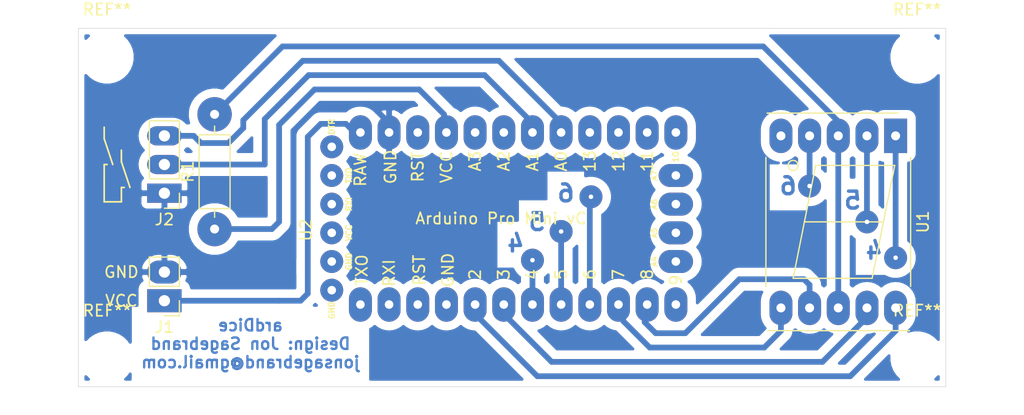
<source format=kicad_pcb>
(kicad_pcb (version 20171130) (host pcbnew 5.1.8-db9833491~88~ubuntu20.04.1)

  (general
    (thickness 1.6)
    (drawings 11)
    (tracks 86)
    (zones 0)
    (modules 9)
    (nets 37)
  )

  (page A4)
  (layers
    (0 F.Cu signal)
    (31 B.Cu signal)
    (32 B.Adhes user)
    (33 F.Adhes user)
    (34 B.Paste user)
    (35 F.Paste user)
    (36 B.SilkS user)
    (37 F.SilkS user)
    (38 B.Mask user)
    (39 F.Mask user)
    (40 Dwgs.User user)
    (41 Cmts.User user)
    (42 Eco1.User user)
    (43 Eco2.User user)
    (44 Edge.Cuts user)
    (45 Margin user)
    (46 B.CrtYd user)
    (47 F.CrtYd user)
    (48 B.Fab user)
    (49 F.Fab user)
  )

  (setup
    (last_trace_width 0.508)
    (trace_clearance 0.762)
    (zone_clearance 0.508)
    (zone_45_only no)
    (trace_min 0.2)
    (via_size 2.032)
    (via_drill 0.4)
    (via_min_size 0.4)
    (via_min_drill 0.3)
    (uvia_size 0.3)
    (uvia_drill 0.1)
    (uvias_allowed no)
    (uvia_min_size 0.2)
    (uvia_min_drill 0.1)
    (edge_width 0.05)
    (segment_width 0.2)
    (pcb_text_width 0.3)
    (pcb_text_size 1.5 1.5)
    (mod_edge_width 0.12)
    (mod_text_size 1 1)
    (mod_text_width 0.15)
    (pad_size 1.524 1.524)
    (pad_drill 0.762)
    (pad_to_mask_clearance 0)
    (aux_axis_origin 0 0)
    (visible_elements FFFFFF7F)
    (pcbplotparams
      (layerselection 0x010fc_ffffffff)
      (usegerberextensions false)
      (usegerberattributes true)
      (usegerberadvancedattributes true)
      (creategerberjobfile true)
      (excludeedgelayer true)
      (linewidth 0.100000)
      (plotframeref false)
      (viasonmask false)
      (mode 1)
      (useauxorigin false)
      (hpglpennumber 1)
      (hpglpenspeed 20)
      (hpglpendiameter 15.000000)
      (psnegative false)
      (psa4output false)
      (plotreference true)
      (plotvalue true)
      (plotinvisibletext false)
      (padsonsilk false)
      (subtractmaskfromsilk false)
      (outputformat 1)
      (mirror false)
      (drillshape 1)
      (scaleselection 1)
      (outputdirectory ""))
  )

  (net 0 "")
  (net 1 "Net-(J1-Pad1)")
  (net 2 "Net-(J2-Pad3)")
  (net 3 "Net-(J2-Pad2)")
  (net 4 "Net-(R1-Pad2)")
  (net 5 "Net-(R1-Pad1)")
  (net 6 "Net-(U1-Pad10)")
  (net 7 "Net-(U1-Pad9)")
  (net 8 "Net-(U1-Pad7)")
  (net 9 "Net-(U1-Pad6)")
  (net 10 "Net-(U1-Pad5)")
  (net 11 "Net-(U1-Pad4)")
  (net 12 "Net-(U1-Pad2)")
  (net 13 "Net-(U1-Pad1)")
  (net 14 "Net-(U2-Pad28)")
  (net 15 "Net-(U2-Pad27)")
  (net 16 "Net-(U2-Pad26)")
  (net 17 "Net-(U2-Pad25)")
  (net 18 "Net-(U2-Pad34)")
  (net 19 "Net-(U2-Pad33)")
  (net 20 "Net-(U2-Pad32)")
  (net 21 "Net-(U2-Pad31)")
  (net 22 "Net-(U2-Pad30)")
  (net 23 "Net-(U2-Pad29)")
  (net 24 "Net-(U2-Pad24)")
  (net 25 "Net-(U2-Pad23)")
  (net 26 "Net-(U2-Pad22)")
  (net 27 "Net-(U2-Pad21)")
  (net 28 "Net-(U2-Pad18)")
  (net 29 "Net-(U2-Pad17)")
  (net 30 "Net-(U2-Pad15)")
  (net 31 "Net-(U2-Pad12)")
  (net 32 "Net-(U2-Pad4)")
  (net 33 "Net-(U2-Pad3)")
  (net 34 "Net-(U2-Pad2)")
  (net 35 "Net-(U2-Pad1)")
  (net 36 /GND)

  (net_class Default "This is the default net class."
    (clearance 0.762)
    (trace_width 0.508)
    (via_dia 2.032)
    (via_drill 0.4)
    (uvia_dia 0.3)
    (uvia_drill 0.1)
    (add_net /GND)
    (add_net "Net-(J1-Pad1)")
    (add_net "Net-(J2-Pad2)")
    (add_net "Net-(J2-Pad3)")
    (add_net "Net-(R1-Pad1)")
    (add_net "Net-(R1-Pad2)")
    (add_net "Net-(U1-Pad1)")
    (add_net "Net-(U1-Pad10)")
    (add_net "Net-(U1-Pad2)")
    (add_net "Net-(U1-Pad4)")
    (add_net "Net-(U1-Pad5)")
    (add_net "Net-(U1-Pad6)")
    (add_net "Net-(U1-Pad7)")
    (add_net "Net-(U1-Pad9)")
    (add_net "Net-(U2-Pad1)")
    (add_net "Net-(U2-Pad12)")
    (add_net "Net-(U2-Pad15)")
    (add_net "Net-(U2-Pad17)")
    (add_net "Net-(U2-Pad18)")
    (add_net "Net-(U2-Pad2)")
    (add_net "Net-(U2-Pad21)")
    (add_net "Net-(U2-Pad22)")
    (add_net "Net-(U2-Pad23)")
    (add_net "Net-(U2-Pad24)")
    (add_net "Net-(U2-Pad25)")
    (add_net "Net-(U2-Pad26)")
    (add_net "Net-(U2-Pad27)")
    (add_net "Net-(U2-Pad28)")
    (add_net "Net-(U2-Pad29)")
    (add_net "Net-(U2-Pad3)")
    (add_net "Net-(U2-Pad30)")
    (add_net "Net-(U2-Pad31)")
    (add_net "Net-(U2-Pad32)")
    (add_net "Net-(U2-Pad33)")
    (add_net "Net-(U2-Pad34)")
    (add_net "Net-(U2-Pad4)")
  )

  (module MountingHole:MountingHole_3.2mm_M3 (layer F.Cu) (tedit 56D1B4CB) (tstamp 5FE29F89)
    (at 140.97 58.42)
    (descr "Mounting Hole 3.2mm, no annular, M3")
    (tags "mounting hole 3.2mm no annular m3")
    (attr virtual)
    (fp_text reference REF** (at 0 -4.2) (layer F.SilkS)
      (effects (font (size 1 1) (thickness 0.15)))
    )
    (fp_text value MountingHole_3.2mm_M3 (at 0 4.2) (layer F.Fab)
      (effects (font (size 1 1) (thickness 0.15)))
    )
    (fp_text user %R (at 0.3 0) (layer F.Fab)
      (effects (font (size 1 1) (thickness 0.15)))
    )
    (fp_circle (center 0 0) (end 3.2 0) (layer Cmts.User) (width 0.15))
    (fp_circle (center 0 0) (end 3.45 0) (layer F.CrtYd) (width 0.05))
    (pad 1 np_thru_hole circle (at 0 0) (size 3.2 3.2) (drill 3.2) (layers *.Cu *.Mask))
  )

  (module MountingHole:MountingHole_3.2mm_M3 (layer F.Cu) (tedit 56D1B4CB) (tstamp 5FE29F6C)
    (at 140.97 31.75)
    (descr "Mounting Hole 3.2mm, no annular, M3")
    (tags "mounting hole 3.2mm no annular m3")
    (attr virtual)
    (fp_text reference REF** (at 0 -4.2) (layer F.SilkS)
      (effects (font (size 1 1) (thickness 0.15)))
    )
    (fp_text value MountingHole_3.2mm_M3 (at 0 4.2) (layer F.Fab)
      (effects (font (size 1 1) (thickness 0.15)))
    )
    (fp_text user %R (at 0.3 0) (layer F.Fab)
      (effects (font (size 1 1) (thickness 0.15)))
    )
    (fp_circle (center 0 0) (end 3.2 0) (layer Cmts.User) (width 0.15))
    (fp_circle (center 0 0) (end 3.45 0) (layer F.CrtYd) (width 0.05))
    (pad 1 np_thru_hole circle (at 0 0) (size 3.2 3.2) (drill 3.2) (layers *.Cu *.Mask))
  )

  (module MountingHole:MountingHole_3.2mm_M3 (layer F.Cu) (tedit 56D1B4CB) (tstamp 5FE29F4F)
    (at 212.725 31.75)
    (descr "Mounting Hole 3.2mm, no annular, M3")
    (tags "mounting hole 3.2mm no annular m3")
    (attr virtual)
    (fp_text reference REF** (at 0 -4.2) (layer F.SilkS)
      (effects (font (size 1 1) (thickness 0.15)))
    )
    (fp_text value MountingHole_3.2mm_M3 (at 0 4.2) (layer F.Fab)
      (effects (font (size 1 1) (thickness 0.15)))
    )
    (fp_text user %R (at 0.3 0) (layer F.Fab)
      (effects (font (size 1 1) (thickness 0.15)))
    )
    (fp_circle (center 0 0) (end 3.2 0) (layer Cmts.User) (width 0.15))
    (fp_circle (center 0 0) (end 3.45 0) (layer F.CrtYd) (width 0.05))
    (pad 1 np_thru_hole circle (at 0 0) (size 3.2 3.2) (drill 3.2) (layers *.Cu *.Mask))
  )

  (module MountingHole:MountingHole_3.2mm_M3 (layer F.Cu) (tedit 56D1B4CB) (tstamp 5FE29F32)
    (at 212.725 58.42)
    (descr "Mounting Hole 3.2mm, no annular, M3")
    (tags "mounting hole 3.2mm no annular m3")
    (attr virtual)
    (fp_text reference REF** (at 0 -4.2) (layer F.SilkS)
      (effects (font (size 1 1) (thickness 0.15)))
    )
    (fp_text value MountingHole_3.2mm_M3 (at 0 4.2) (layer F.Fab)
      (effects (font (size 1 1) (thickness 0.15)))
    )
    (fp_text user %R (at 0.3 0) (layer F.Fab)
      (effects (font (size 1 1) (thickness 0.15)))
    )
    (fp_circle (center 0 0) (end 3.2 0) (layer Cmts.User) (width 0.15))
    (fp_circle (center 0 0) (end 3.45 0) (layer F.CrtYd) (width 0.05))
    (pad 1 np_thru_hole circle (at 0 0) (size 3.2 3.2) (drill 3.2) (layers *.Cu *.Mask))
  )

  (module My_Misc:7SegmentLED_JSD-5613xx_large (layer F.Cu) (tedit 5FE20BD8) (tstamp 5FE270C8)
    (at 210.82 38.735 270)
    (descr "7-Segment Display, LTS67x0, http://optoelectronics.liteon.com/upload/download/DS30-2001-355/S6760jd.pdf")
    (tags "7Segment LED LTS6760 LTS6780")
    (path /5FE220DD)
    (fp_text reference U1 (at 7.62 -2.42 90) (layer F.SilkS)
      (effects (font (size 1 1) (thickness 0.15)))
    )
    (fp_text value JSD-5613Bx (at 7.62 12.58 90) (layer F.Fab) hide
      (effects (font (size 1 1) (thickness 0.15)))
    )
    (fp_line (start 1.905 -1.33) (end 13.335 -1.33) (layer F.SilkS) (width 0.12))
    (fp_line (start 1.905 11.49) (end 13.335 11.49) (layer F.SilkS) (width 0.12))
    (fp_line (start -2.015 -0.22) (end -2.015 11.38) (layer F.SilkS) (width 0.12))
    (fp_line (start 17.255 11.38) (end 17.255 -1.22) (layer F.SilkS) (width 0.12))
    (fp_line (start -2.16 -1.47) (end -2.16 11.63) (layer F.CrtYd) (width 0.05))
    (fp_line (start 17.4 -1.47) (end 17.4 11.63) (layer F.CrtYd) (width 0.05))
    (fp_line (start -2.16 -1.47) (end 17.4 -1.47) (layer F.CrtYd) (width 0.05))
    (fp_line (start -2.16 11.63) (end 17.4 11.63) (layer F.CrtYd) (width 0.05))
    (fp_line (start -0.905 -1.22) (end -1.905 -0.22) (layer F.Fab) (width 0.1))
    (fp_line (start 17.145 11.38) (end 17.145 -1.22) (layer F.Fab) (width 0.1))
    (fp_line (start -1.905 -0.22) (end -1.905 11.38) (layer F.Fab) (width 0.1))
    (fp_line (start -1.905 11.38) (end 17.145 11.38) (layer F.Fab) (width 0.1))
    (fp_line (start 12.62 2.08) (end 7.62 1.08) (layer F.SilkS) (width 0.12))
    (fp_line (start 7.62 1.08) (end 2.62 0.08) (layer F.SilkS) (width 0.12))
    (fp_line (start 2.62 0.08) (end 2.62 7.08) (layer F.SilkS) (width 0.12))
    (fp_line (start 2.62 7.08) (end 7.62 8.08) (layer F.SilkS) (width 0.12))
    (fp_line (start 12.62 9.08) (end 7.62 8.08) (layer F.SilkS) (width 0.12))
    (fp_line (start 7.62 8.08) (end 7.62 1.08) (layer F.SilkS) (width 0.12))
    (fp_line (start 12.62 2.08) (end 12.62 9.08) (layer F.SilkS) (width 0.12))
    (fp_circle (center 2.62 9.08) (end 3.067214 9.08) (layer F.SilkS) (width 0.12))
    (fp_line (start -0.905 -1.22) (end 17.145 -1.22) (layer F.Fab) (width 0.1))
    (fp_text user %R (at 7.87 5.08 90) (layer F.Fab)
      (effects (font (size 1 1) (thickness 0.15)))
    )
    (pad 10 thru_hole oval (at 15.24 0 180) (size 2.032 3.048) (drill 0.8) (layers *.Cu *.Mask)
      (net 6 "Net-(U1-Pad10)"))
    (pad 9 thru_hole oval (at 15.24 2.54 180) (size 2.032 3.048) (drill 0.8) (layers *.Cu *.Mask)
      (net 7 "Net-(U1-Pad9)"))
    (pad 8 thru_hole oval (at 15.24 5.08 180) (size 2.032 3.048) (drill 0.8) (layers *.Cu *.Mask)
      (net 4 "Net-(R1-Pad2)"))
    (pad 7 thru_hole oval (at 15.24 7.62 180) (size 2.032 3.048) (drill 0.8) (layers *.Cu *.Mask)
      (net 8 "Net-(U1-Pad7)"))
    (pad 6 thru_hole oval (at 15.24 10.16 180) (size 2.032 3.048) (drill 0.8) (layers *.Cu *.Mask)
      (net 9 "Net-(U1-Pad6)"))
    (pad 5 thru_hole oval (at 0 10.16 180) (size 2.032 3.048) (drill 0.8) (layers *.Cu *.Mask)
      (net 10 "Net-(U1-Pad5)"))
    (pad 4 thru_hole oval (at 0 7.62 180) (size 2.032 3.048) (drill 0.8) (layers *.Cu *.Mask)
      (net 11 "Net-(U1-Pad4)"))
    (pad 3 thru_hole oval (at 0 5.08 180) (size 2.032 3.048) (drill 0.8) (layers *.Cu *.Mask)
      (net 4 "Net-(R1-Pad2)"))
    (pad 2 thru_hole oval (at 0 2.54 180) (size 2.032 3.048) (drill 0.8) (layers *.Cu *.Mask)
      (net 12 "Net-(U1-Pad2)"))
    (pad 1 thru_hole rect (at 0 0 180) (size 2.032 3.048) (drill 0.8) (layers *.Cu *.Mask)
      (net 13 "Net-(U1-Pad1)"))
    (model ${KISYS3DMOD}/Display_7Segment.3dshapes/7SegmentLED_LTS6760_LTS6780.wrl
      (at (xyz 0 0 0))
      (scale (xyz 1 1 1))
      (rotate (xyz 0 0 0))
    )
  )

  (module My_Arduino:Arduino_Pro_Mini_vC_larger_pads (layer F.Cu) (tedit 5E6C2A47) (tstamp 5FE189C4)
    (at 159.475 54.946 90)
    (path /5FE12205)
    (fp_text reference U2 (at 7.874 -0.889 90) (layer F.SilkS)
      (effects (font (size 1 1) (thickness 0.15)))
    )
    (fp_text value Arduino_Mini_Pro (at 7.874 -2.159 90) (layer F.Fab) hide
      (effects (font (size 1 1) (thickness 0.15)))
    )
    (fp_line (start 0 33.274) (end 0 0) (layer F.Fab) (width 0.12))
    (fp_line (start 18.034 33.274) (end 0 33.274) (layer F.Fab) (width 0.12))
    (fp_line (start 18.034 0) (end 18.034 33.274) (layer F.Fab) (width 0.12))
    (fp_line (start 0 0) (end 18.034 0) (layer F.Fab) (width 0.12))
    (fp_text user "Arduino Pro Mini vC" (at 8.89 16.383 180) (layer F.SilkS)
      (effects (font (size 1 1) (thickness 0.15)))
    )
    (fp_text user A7 (at 12.7 29.972 90) (layer F.SilkS)
      (effects (font (size 0.508 0.508) (thickness 0.127)))
    )
    (fp_text user A6 (at 10.16 29.972 90) (layer F.SilkS)
      (effects (font (size 0.508 0.508) (thickness 0.127)))
    )
    (fp_text user A5 (at 7.62 29.972 90) (layer F.SilkS)
      (effects (font (size 0.508 0.508) (thickness 0.127)))
    )
    (fp_text user A4 (at 5.08 29.972 90) (layer F.SilkS)
      (effects (font (size 0.508 0.508) (thickness 0.127)))
    )
    (fp_text user GND (at 0.762 1.397 90) (layer F.SilkS)
      (effects (font (size 0.508 0.508) (thickness 0.127)))
    )
    (fp_text user DTR (at 17.018 1.397 90) (layer F.SilkS)
      (effects (font (size 0.508 0.508) (thickness 0.127)))
    )
    (fp_text user TXO (at 12.7 2.921 90) (layer F.SilkS)
      (effects (font (size 0.508 0.508) (thickness 0.127)))
    )
    (fp_text user RXI (at 10.16 2.921 90) (layer F.SilkS)
      (effects (font (size 0.508 0.508) (thickness 0.127)))
    )
    (fp_text user VCC (at 7.62 2.921 90) (layer F.SilkS)
      (effects (font (size 0.508 0.508) (thickness 0.127)))
    )
    (fp_text user GND (at 5.08 2.921 90) (layer F.SilkS)
      (effects (font (size 0.508 0.508) (thickness 0.127)))
    )
    (fp_text user 10 (at 14.351 31.877 90) (layer F.SilkS)
      (effects (font (size 0.508 0.508) (thickness 0.127)))
    )
    (fp_text user 11 (at 13.97 29.337 90) (layer F.SilkS)
      (effects (font (size 1 1) (thickness 0.15)))
    )
    (fp_text user 12 (at 13.97 26.797 90) (layer F.SilkS)
      (effects (font (size 1 1) (thickness 0.15)))
    )
    (fp_text user 13 (at 13.97 24.257 90) (layer F.SilkS)
      (effects (font (size 1 1) (thickness 0.15)))
    )
    (fp_text user A0 (at 13.97 21.717 90) (layer F.SilkS)
      (effects (font (size 1 1) (thickness 0.15)))
    )
    (fp_text user A1 (at 13.97 19.177 90) (layer F.SilkS)
      (effects (font (size 1 1) (thickness 0.15)))
    )
    (fp_text user A2 (at 13.97 16.637 90) (layer F.SilkS)
      (effects (font (size 1 1) (thickness 0.15)))
    )
    (fp_text user A3 (at 13.97 14.097 90) (layer F.SilkS)
      (effects (font (size 1 1) (thickness 0.15)))
    )
    (fp_text user VCC (at 13.462 11.557 90) (layer F.SilkS)
      (effects (font (size 1 1) (thickness 0.15)))
    )
    (fp_text user RST (at 13.462 9.017 90) (layer F.SilkS)
      (effects (font (size 1 1) (thickness 0.15)))
    )
    (fp_text user GND (at 13.462 6.604 90) (layer F.SilkS)
      (effects (font (size 1 1) (thickness 0.15)))
    )
    (fp_text user RAW (at 13.208 3.937 90) (layer F.SilkS)
      (effects (font (size 1 1) (thickness 0.15)))
    )
    (fp_text user 9 (at 3.429 31.877 90) (layer F.SilkS)
      (effects (font (size 1 1) (thickness 0.15)))
    )
    (fp_text user 8 (at 3.937 29.337 90) (layer F.SilkS)
      (effects (font (size 1 1) (thickness 0.15)))
    )
    (fp_text user 7 (at 3.937 26.797 90) (layer F.SilkS)
      (effects (font (size 1 1) (thickness 0.15)))
    )
    (fp_text user 6 (at 3.937 24.257 90) (layer F.SilkS)
      (effects (font (size 1 1) (thickness 0.15)))
    )
    (fp_text user 5 (at 3.937 21.717 90) (layer F.SilkS)
      (effects (font (size 1 1) (thickness 0.15)))
    )
    (fp_text user 4 (at 3.937 19.177 90) (layer F.SilkS)
      (effects (font (size 1 1) (thickness 0.15)))
    )
    (fp_text user 3 (at 3.937 16.637 90) (layer F.SilkS)
      (effects (font (size 1 1) (thickness 0.15)))
    )
    (fp_text user 2 (at 3.937 14.097 90) (layer F.SilkS)
      (effects (font (size 1 1) (thickness 0.15)))
    )
    (fp_text user GND (at 4.318 11.684 90) (layer F.SilkS)
      (effects (font (size 1 1) (thickness 0.15)))
    )
    (fp_text user RST (at 4.318 9.144 90) (layer F.SilkS)
      (effects (font (size 1 1) (thickness 0.15)))
    )
    (fp_text user RXI (at 4.064 6.477 90) (layer F.SilkS)
      (effects (font (size 1 1) (thickness 0.15)))
    )
    (fp_text user TXO (at 4.318 4.064 90) (layer F.SilkS)
      (effects (font (size 1 1) (thickness 0.15)))
    )
    (pad 28 thru_hole oval (at 12.7 31.877 90) (size 2.032 3.048) (drill 0.762) (layers *.Cu *.Mask)
      (net 14 "Net-(U2-Pad28)"))
    (pad 27 thru_hole oval (at 10.16 31.877 90) (size 2.032 3.048) (drill 0.762) (layers *.Cu *.Mask)
      (net 15 "Net-(U2-Pad27)"))
    (pad 26 thru_hole oval (at 7.62 31.877 90) (size 2.032 3.048) (drill 0.762) (layers *.Cu *.Mask)
      (net 16 "Net-(U2-Pad26)"))
    (pad 25 thru_hole oval (at 5.08 31.877 90) (size 2.032 3.048) (drill 0.762) (layers *.Cu *.Mask)
      (net 17 "Net-(U2-Pad25)"))
    (pad 34 thru_hole oval (at 15.24 1.397 90) (size 2.032 2.032) (drill 0.762) (layers *.Cu *.Mask)
      (net 18 "Net-(U2-Pad34)"))
    (pad 33 thru_hole oval (at 12.7 1.397 90) (size 2.032 2.032) (drill 0.762) (layers *.Cu *.Mask)
      (net 19 "Net-(U2-Pad33)"))
    (pad 32 thru_hole oval (at 10.16 1.397 90) (size 2.032 2.032) (drill 0.762) (layers *.Cu *.Mask)
      (net 20 "Net-(U2-Pad32)"))
    (pad 31 thru_hole oval (at 7.62 1.397 90) (size 2.032 2.032) (drill 0.762) (layers *.Cu *.Mask)
      (net 21 "Net-(U2-Pad31)"))
    (pad 30 thru_hole oval (at 5.08 1.397 90) (size 2.032 2.032) (drill 0.762) (layers *.Cu *.Mask)
      (net 22 "Net-(U2-Pad30)"))
    (pad 29 thru_hole oval (at 2.54 1.397 90) (size 2.032 2.032) (drill 0.762) (layers *.Cu *.Mask)
      (net 23 "Net-(U2-Pad29)"))
    (pad 24 thru_hole oval (at 16.51 31.877 90) (size 3.048 2.032) (drill 0.762) (layers *.Cu *.Mask)
      (net 24 "Net-(U2-Pad24)"))
    (pad 23 thru_hole oval (at 16.51 29.337 90) (size 3.048 2.032) (drill 0.762) (layers *.Cu *.Mask)
      (net 25 "Net-(U2-Pad23)"))
    (pad 22 thru_hole oval (at 16.51 26.797 90) (size 3.048 2.032) (drill 0.762) (layers *.Cu *.Mask)
      (net 26 "Net-(U2-Pad22)"))
    (pad 21 thru_hole oval (at 16.51 24.257 90) (size 3.048 2.032) (drill 0.762) (layers *.Cu *.Mask)
      (net 27 "Net-(U2-Pad21)"))
    (pad 20 thru_hole oval (at 16.51 21.717 90) (size 3.048 2.032) (drill 0.762) (layers *.Cu *.Mask)
      (net 2 "Net-(J2-Pad3)"))
    (pad 19 thru_hole oval (at 16.51 19.177 90) (size 3.048 2.032) (drill 0.762) (layers *.Cu *.Mask)
      (net 3 "Net-(J2-Pad2)"))
    (pad 18 thru_hole oval (at 16.51 16.637 90) (size 3.048 2.032) (drill 0.762) (layers *.Cu *.Mask)
      (net 28 "Net-(U2-Pad18)"))
    (pad 17 thru_hole oval (at 16.51 14.097 90) (size 3.048 2.032) (drill 0.762) (layers *.Cu *.Mask)
      (net 29 "Net-(U2-Pad17)"))
    (pad 16 thru_hole oval (at 16.51 11.557 90) (size 3.048 2.032) (drill 0.762) (layers *.Cu *.Mask)
      (net 5 "Net-(R1-Pad1)"))
    (pad 15 thru_hole oval (at 16.51 9.017 90) (size 3.048 2.032) (drill 0.762) (layers *.Cu *.Mask)
      (net 30 "Net-(U2-Pad15)"))
    (pad 14 thru_hole oval (at 16.51 6.477 90) (size 3.048 2.032) (drill 0.762) (layers *.Cu *.Mask)
      (net 36 /GND))
    (pad 13 thru_hole oval (at 16.51 3.937 90) (size 3.048 2.032) (drill 0.762) (layers *.Cu *.Mask)
      (net 1 "Net-(J1-Pad1)"))
    (pad 12 thru_hole oval (at 1.27 31.877 90) (size 3.048 2.032) (drill 0.762) (layers *.Cu *.Mask)
      (net 31 "Net-(U2-Pad12)"))
    (pad 11 thru_hole oval (at 1.27 29.337 90) (size 3.048 2.032) (drill 0.762) (layers *.Cu *.Mask)
      (net 8 "Net-(U1-Pad7)"))
    (pad 10 thru_hole oval (at 1.27 26.797 90) (size 3.048 2.032) (drill 0.762) (layers *.Cu *.Mask)
      (net 9 "Net-(U1-Pad6)"))
    (pad 9 thru_hole oval (at 1.27 24.257 90) (size 3.048 2.032) (drill 0.762) (layers *.Cu *.Mask)
      (net 11 "Net-(U1-Pad4)"))
    (pad 8 thru_hole oval (at 1.27 21.717 90) (size 3.048 2.032) (drill 0.762) (layers *.Cu *.Mask)
      (net 12 "Net-(U1-Pad2)"))
    (pad 7 thru_hole oval (at 1.27 19.177 90) (size 3.048 2.032) (drill 0.762) (layers *.Cu *.Mask)
      (net 13 "Net-(U1-Pad1)"))
    (pad 6 thru_hole oval (at 1.27 16.637 90) (size 3.048 2.032) (drill 0.762) (layers *.Cu *.Mask)
      (net 7 "Net-(U1-Pad9)"))
    (pad 5 thru_hole oval (at 1.27 14.097 90) (size 3.048 2.032) (drill 0.762) (layers *.Cu *.Mask)
      (net 6 "Net-(U1-Pad10)"))
    (pad 4 thru_hole oval (at 1.27 11.557 90) (size 3.048 2.032) (drill 0.762) (layers *.Cu *.Mask)
      (net 32 "Net-(U2-Pad4)"))
    (pad 3 thru_hole oval (at 1.27 9.017 90) (size 3.048 2.032) (drill 0.762) (layers *.Cu *.Mask)
      (net 33 "Net-(U2-Pad3)"))
    (pad 2 thru_hole oval (at 1.27 6.477 90) (size 3.048 2.032) (drill 0.762) (layers *.Cu *.Mask)
      (net 34 "Net-(U2-Pad2)"))
    (pad 1 thru_hole oval (at 1.27 3.937 90) (size 3.048 2.032) (drill 0.762) (layers *.Cu *.Mask)
      (net 35 "Net-(U2-Pad1)"))
  )

  (module My_Misc:R_Axial_DIN0207_L6.3mm_D2.5mm_P10.16mm_Horizontal_larger_pads (layer F.Cu) (tedit 5E4D8416) (tstamp 5FE1895D)
    (at 150.495 46.99 90)
    (descr "Resistor, Axial_DIN0207 series, Axial, Horizontal, pin pitch=10.16mm, 0.25W = 1/4W, length*diameter=6.3*2.5mm^2, http://cdn-reichelt.de/documents/datenblatt/B400/1_4W%23YAG.pdf")
    (tags "Resistor Axial_DIN0207 series Axial Horizontal pin pitch 10.16mm 0.25W = 1/4W length 6.3mm diameter 2.5mm")
    (path /5FE1BAA3)
    (fp_text reference R1 (at 5.08 -2.37 90) (layer F.SilkS)
      (effects (font (size 1 1) (thickness 0.15)))
    )
    (fp_text value R (at 5.08 2.37 90) (layer F.Fab) hide
      (effects (font (size 1 1) (thickness 0.15)))
    )
    (fp_line (start 11.21 -1.5) (end -1.05 -1.5) (layer F.CrtYd) (width 0.05))
    (fp_line (start 11.21 1.5) (end 11.21 -1.5) (layer F.CrtYd) (width 0.05))
    (fp_line (start -1.05 1.5) (end 11.21 1.5) (layer F.CrtYd) (width 0.05))
    (fp_line (start -1.05 -1.5) (end -1.05 1.5) (layer F.CrtYd) (width 0.05))
    (fp_line (start 9.12 0) (end 8.35 0) (layer F.SilkS) (width 0.12))
    (fp_line (start 1.04 0) (end 1.81 0) (layer F.SilkS) (width 0.12))
    (fp_line (start 8.35 -1.37) (end 1.81 -1.37) (layer F.SilkS) (width 0.12))
    (fp_line (start 8.35 1.37) (end 8.35 -1.37) (layer F.SilkS) (width 0.12))
    (fp_line (start 1.81 1.37) (end 8.35 1.37) (layer F.SilkS) (width 0.12))
    (fp_line (start 1.81 -1.37) (end 1.81 1.37) (layer F.SilkS) (width 0.12))
    (fp_line (start 10.16 0) (end 8.23 0) (layer F.Fab) (width 0.1))
    (fp_line (start 0 0) (end 1.93 0) (layer F.Fab) (width 0.1))
    (fp_line (start 8.23 -1.25) (end 1.93 -1.25) (layer F.Fab) (width 0.1))
    (fp_line (start 8.23 1.25) (end 8.23 -1.25) (layer F.Fab) (width 0.1))
    (fp_line (start 1.93 1.25) (end 8.23 1.25) (layer F.Fab) (width 0.1))
    (fp_line (start 1.93 -1.25) (end 1.93 1.25) (layer F.Fab) (width 0.1))
    (fp_text user %R (at 5.08 0 90) (layer F.Fab)
      (effects (font (size 1 1) (thickness 0.15)))
    )
    (pad 2 thru_hole circle (at 10.16 0 90) (size 3.048 3.048) (drill 0.8) (layers *.Cu *.Mask)
      (net 4 "Net-(R1-Pad2)"))
    (pad 1 thru_hole circle (at 0 0 90) (size 3.048 3.048) (drill 0.8) (layers *.Cu *.Mask)
      (net 5 "Net-(R1-Pad1)"))
    (model ${KISYS3DMOD}/Resistor_THT.3dshapes/R_Axial_DIN0207_L6.3mm_D2.5mm_P10.16mm_Horizontal.wrl
      (at (xyz 0 0 0))
      (scale (xyz 1 1 1))
      (rotate (xyz 0 0 0))
    )
  )

  (module My_Headers:3-pin_double_NO_switch_header_large (layer F.Cu) (tedit 5FE12CB2) (tstamp 5FE18946)
    (at 146.05 43.815 180)
    (descr "Through hole straight pin header, 1x03, 2.54mm pitch, single row")
    (tags "Through hole pin header THT 1x03 2.54mm single row")
    (path /5FE1E30B)
    (fp_text reference J2 (at 0 -2.33) (layer F.SilkS)
      (effects (font (size 1 1) (thickness 0.15)))
    )
    (fp_text value 3-pin_double_NO_switch_header (at 0 7.41) (layer F.Fab) hide
      (effects (font (size 1 1) (thickness 0.15)))
    )
    (fp_line (start -0.635 -1.27) (end 1.27 -1.27) (layer F.Fab) (width 0.1))
    (fp_line (start 1.27 -1.27) (end 1.27 6.35) (layer F.Fab) (width 0.1))
    (fp_line (start 1.27 6.35) (end -1.27 6.35) (layer F.Fab) (width 0.1))
    (fp_line (start -1.27 6.35) (end -1.27 -0.635) (layer F.Fab) (width 0.1))
    (fp_line (start -1.27 -0.635) (end -0.635 -1.27) (layer F.Fab) (width 0.1))
    (fp_line (start -1.33 6.41) (end 1.33 6.41) (layer F.SilkS) (width 0.12))
    (fp_line (start -1.33 1.27) (end -1.33 6.41) (layer F.SilkS) (width 0.12))
    (fp_line (start 1.33 1.27) (end 1.33 6.41) (layer F.SilkS) (width 0.12))
    (fp_line (start -1.33 1.27) (end 1.33 1.27) (layer F.SilkS) (width 0.12))
    (fp_line (start -1.33 0) (end -1.33 -1.33) (layer F.SilkS) (width 0.12))
    (fp_line (start -1.33 -1.33) (end 0 -1.33) (layer F.SilkS) (width 0.12))
    (fp_line (start -1.8 -1.8) (end -1.8 6.85) (layer F.CrtYd) (width 0.05))
    (fp_line (start -1.8 6.85) (end 1.8 6.85) (layer F.CrtYd) (width 0.05))
    (fp_line (start 1.8 6.85) (end 1.8 -1.8) (layer F.CrtYd) (width 0.05))
    (fp_line (start 1.8 -1.8) (end -1.8 -1.8) (layer F.CrtYd) (width 0.05))
    (fp_line (start 3.81 -0.762) (end 3.81 0.508) (layer F.SilkS) (width 0.15))
    (fp_line (start 3.81 0.508) (end 3.556 0.508) (layer F.SilkS) (width 0.15))
    (fp_line (start 3.81 3.81) (end 3.81 2.794) (layer F.SilkS) (width 0.15))
    (fp_line (start 3.81 2.794) (end 3.048 0.508) (layer F.SilkS) (width 0.15))
    (fp_line (start 5.334 2.54) (end 5.08 2.54) (layer F.SilkS) (width 0.15))
    (fp_line (start 5.334 1.27) (end 5.334 2.54) (layer F.SilkS) (width 0.15))
    (fp_line (start 5.334 5.842) (end 5.334 4.826) (layer F.SilkS) (width 0.15))
    (fp_line (start 5.334 4.826) (end 4.572 2.54) (layer F.SilkS) (width 0.15))
    (fp_line (start 3.81 -0.762) (end 5.334 -0.762) (layer F.SilkS) (width 0.15))
    (fp_line (start 5.334 -0.762) (end 5.334 1.27) (layer F.SilkS) (width 0.15))
    (fp_text user %R (at 0 2.54 90) (layer F.Fab)
      (effects (font (size 1 1) (thickness 0.15)))
    )
    (pad 3 thru_hole oval (at 0 5.08 180) (size 3.048 1.7) (drill 1) (layers *.Cu *.Mask)
      (net 2 "Net-(J2-Pad3)"))
    (pad 2 thru_hole oval (at 0 2.54 180) (size 3.048 1.7) (drill 1) (layers *.Cu *.Mask)
      (net 3 "Net-(J2-Pad2)"))
    (pad 1 thru_hole rect (at 0 0 270) (size 1.7 3.048) (drill 1) (layers *.Cu *.Mask)
      (net 36 /GND))
    (model ${KISYS3DMOD}/Connector_PinHeader_2.54mm.3dshapes/PinHeader_1x03_P2.54mm_Vertical.wrl
      (at (xyz 0 0 0))
      (scale (xyz 1 1 1))
      (rotate (xyz 0 0 0))
    )
  )

  (module My_Headers:2-pin_power_input_header_larger_pads (layer F.Cu) (tedit 5E56A05C) (tstamp 5FE18925)
    (at 146.05 53.34 180)
    (descr "Through hole straight pin header, 1x02, 2.54mm pitch, single row")
    (tags "Through hole pin header THT 1x02 2.54mm single row")
    (path /5FE1ED1F)
    (fp_text reference J1 (at 0 -2.33) (layer F.SilkS)
      (effects (font (size 1 1) (thickness 0.15)))
    )
    (fp_text value 2-pin_power_input_header (at 0 4.87) (layer F.Fab) hide
      (effects (font (size 1 1) (thickness 0.15)))
    )
    (fp_line (start 1.8 -1.8) (end -1.8 -1.8) (layer F.CrtYd) (width 0.05))
    (fp_line (start 1.8 4.35) (end 1.8 -1.8) (layer F.CrtYd) (width 0.05))
    (fp_line (start -1.8 4.35) (end 1.8 4.35) (layer F.CrtYd) (width 0.05))
    (fp_line (start -1.8 -1.8) (end -1.8 4.35) (layer F.CrtYd) (width 0.05))
    (fp_line (start -1.33 -1.33) (end 0 -1.33) (layer F.SilkS) (width 0.12))
    (fp_line (start -1.33 0) (end -1.33 -1.33) (layer F.SilkS) (width 0.12))
    (fp_line (start -1.33 1.27) (end 1.33 1.27) (layer F.SilkS) (width 0.12))
    (fp_line (start 1.33 1.27) (end 1.33 3.87) (layer F.SilkS) (width 0.12))
    (fp_line (start -1.33 1.27) (end -1.33 3.87) (layer F.SilkS) (width 0.12))
    (fp_line (start -1.33 3.87) (end 1.33 3.87) (layer F.SilkS) (width 0.12))
    (fp_line (start -1.27 -0.635) (end -0.635 -1.27) (layer F.Fab) (width 0.1))
    (fp_line (start -1.27 3.81) (end -1.27 -0.635) (layer F.Fab) (width 0.1))
    (fp_line (start 1.27 3.81) (end -1.27 3.81) (layer F.Fab) (width 0.1))
    (fp_line (start 1.27 -1.27) (end 1.27 3.81) (layer F.Fab) (width 0.1))
    (fp_line (start -0.635 -1.27) (end 1.27 -1.27) (layer F.Fab) (width 0.1))
    (fp_text user GND (at 3.81 2.54) (layer F.SilkS)
      (effects (font (size 1 1) (thickness 0.15)))
    )
    (fp_text user VCC (at 3.81 0) (layer F.SilkS)
      (effects (font (size 1 1) (thickness 0.15)))
    )
    (pad 2 thru_hole oval (at 0 2.54 180) (size 3.048 2.032) (drill 1) (layers *.Cu *.Mask)
      (net 36 /GND))
    (pad 1 thru_hole rect (at 0 0 180) (size 3.048 2.032) (drill 1) (layers *.Cu *.Mask)
      (net 1 "Net-(J1-Pad1)"))
    (model ${KISYS3DMOD}/Connector_PinHeader_2.54mm.3dshapes/PinHeader_1x02_P2.54mm_Vertical.wrl
      (at (xyz 0 0 0))
      (scale (xyz 1 1 1))
      (rotate (xyz 0 0 0))
    )
  )

  (gr_text 4 (at 208.915 48.895) (layer B.Cu)
    (effects (font (size 1.5 1.5) (thickness 0.3)) (justify mirror))
  )
  (gr_text 4 (at 177.165 48.26) (layer B.Cu)
    (effects (font (size 1.5 1.5) (thickness 0.3)) (justify mirror))
  )
  (gr_text 5 (at 207.01 44.45) (layer B.Cu)
    (effects (font (size 1.5 1.5) (thickness 0.3)) (justify mirror))
  )
  (gr_text 5 (at 179.07 46.355) (layer B.Cu)
    (effects (font (size 1.5 1.5) (thickness 0.3)) (justify mirror))
  )
  (gr_text 6 (at 201.295 43.18) (layer B.Cu)
    (effects (font (size 1.5 1.5) (thickness 0.3)) (justify mirror))
  )
  (gr_text 6 (at 181.61 43.815) (layer B.Cu)
    (effects (font (size 1.5 1.5) (thickness 0.3)) (justify mirror))
  )
  (gr_text "ardDice\nDesign: Jon Sagebrand\njonsagebrand@gmail.com" (at 153.67 57.15) (layer B.Cu)
    (effects (font (size 1.016 1.016) (thickness 0.2032)) (justify mirror))
  )
  (gr_line (start 215.265 29.21) (end 215.265 60.96) (layer Edge.Cuts) (width 0.05) (tstamp 5FE276B2))
  (gr_line (start 138.43 29.21) (end 215.265 29.21) (layer Edge.Cuts) (width 0.05))
  (gr_line (start 138.43 60.96) (end 138.43 29.21) (layer Edge.Cuts) (width 0.05))
  (gr_line (start 215.265 60.96) (end 138.43 60.96) (layer Edge.Cuts) (width 0.05))

  (segment (start 146.05 43.815) (end 146.05 50.8) (width 0.508) (layer B.Cu) (net 36))
  (segment (start 146.05 50.8) (end 156.20999 50.8) (width 0.508) (layer B.Cu) (net 36))
  (segment (start 156.20999 50.8) (end 157.47999 49.53) (width 0.508) (layer B.Cu) (net 36))
  (segment (start 164.253686 35.89599) (end 166.37 38.012304) (width 0.508) (layer B.Cu) (net 36))
  (segment (start 159.878583 35.89599) (end 164.253686 35.89599) (width 0.508) (layer B.Cu) (net 36))
  (segment (start 157.47999 38.294583) (end 159.878583 35.89599) (width 0.508) (layer B.Cu) (net 36))
  (segment (start 157.47999 49.53) (end 157.47999 38.294583) (width 0.508) (layer B.Cu) (net 36))
  (segment (start 166.37 38.012304) (end 166.37 38.1) (width 0.508) (layer B.Cu) (net 36))
  (segment (start 146.05 53.34) (end 156.21 53.34) (width 0.508) (layer B.Cu) (net 1))
  (segment (start 156.21 53.34) (end 158.115 53.34) (width 0.508) (layer B.Cu) (net 1))
  (segment (start 158.115 53.34) (end 158.75 52.705) (width 0.508) (layer B.Cu) (net 1))
  (segment (start 158.75 38.820638) (end 159.896639 37.673999) (width 0.508) (layer B.Cu) (net 1))
  (segment (start 159.896639 37.673999) (end 162.133999 37.673999) (width 0.508) (layer B.Cu) (net 1))
  (segment (start 158.75 52.705) (end 158.75 38.820638) (width 0.508) (layer B.Cu) (net 1))
  (segment (start 162.133999 37.673999) (end 163.195 38.735) (width 0.508) (layer B.Cu) (net 1))
  (segment (start 175.683656 32.08596) (end 180.975 37.377304) (width 0.508) (layer B.Cu) (net 2))
  (segment (start 153.035001 37.351377) (end 158.300418 32.08596) (width 0.508) (layer B.Cu) (net 2))
  (segment (start 153.035001 38.049201) (end 153.035001 37.351377) (width 0.508) (layer B.Cu) (net 2))
  (segment (start 151.714201 39.370001) (end 153.035001 38.049201) (width 0.508) (layer B.Cu) (net 2))
  (segment (start 149.275799 39.370001) (end 151.714201 39.370001) (width 0.508) (layer B.Cu) (net 2))
  (segment (start 148.640798 38.735) (end 149.275799 39.370001) (width 0.508) (layer B.Cu) (net 2))
  (segment (start 158.300418 32.08596) (end 175.683656 32.08596) (width 0.508) (layer B.Cu) (net 2))
  (segment (start 146.05 38.735) (end 148.640798 38.735) (width 0.508) (layer B.Cu) (net 2))
  (segment (start 180.975 37.377304) (end 180.975 38.1) (width 0.508) (layer B.Cu) (net 2))
  (segment (start 146.05 41.275) (end 154.93997 41.275) (width 0.508) (layer B.Cu) (net 3))
  (segment (start 174.413666 33.35597) (end 179.07 38.012304) (width 0.508) (layer B.Cu) (net 3))
  (segment (start 158.826473 33.35597) (end 174.413666 33.35597) (width 0.508) (layer B.Cu) (net 3))
  (segment (start 154.93997 37.242473) (end 158.826473 33.35597) (width 0.508) (layer B.Cu) (net 3))
  (segment (start 154.93997 41.275) (end 154.93997 37.242473) (width 0.508) (layer B.Cu) (net 3))
  (segment (start 179.07 38.012304) (end 179.07 38.1) (width 0.508) (layer B.Cu) (net 3))
  (segment (start 199.09095 30.81595) (end 205.74 37.465) (width 0.508) (layer B.Cu) (net 4))
  (segment (start 156.50905 30.81595) (end 199.09095 30.81595) (width 0.508) (layer B.Cu) (net 4))
  (segment (start 150.495 36.83) (end 156.50905 30.81595) (width 0.508) (layer B.Cu) (net 4))
  (segment (start 205.74 37.465) (end 205.74 38.735) (width 0.508) (layer B.Cu) (net 4))
  (segment (start 205.74 38.735) (end 205.74 53.975) (width 0.508) (layer B.Cu) (net 4))
  (segment (start 150.495 46.99) (end 155.575 46.99) (width 0.508) (layer B.Cu) (net 5))
  (segment (start 155.575 46.99) (end 156.20998 46.35502) (width 0.508) (layer B.Cu) (net 5))
  (segment (start 168.61098 34.62598) (end 170.815 36.83) (width 0.508) (layer B.Cu) (net 5))
  (segment (start 159.352528 34.62598) (end 168.61098 34.62598) (width 0.508) (layer B.Cu) (net 5))
  (segment (start 156.20998 37.768528) (end 159.352528 34.62598) (width 0.508) (layer B.Cu) (net 5))
  (segment (start 156.20998 46.35502) (end 156.20998 37.768528) (width 0.508) (layer B.Cu) (net 5))
  (segment (start 170.815 36.83) (end 170.815 38.1) (width 0.508) (layer B.Cu) (net 5))
  (segment (start 179.080344 60.02604) (end 173.355 54.300696) (width 0.508) (layer B.Cu) (net 6))
  (segment (start 206.80096 60.02604) (end 179.080344 60.02604) (width 0.508) (layer B.Cu) (net 6))
  (segment (start 210.82 56.007) (end 206.80096 60.02604) (width 0.508) (layer B.Cu) (net 6))
  (segment (start 210.82 53.975) (end 210.82 56.007) (width 0.508) (layer B.Cu) (net 6))
  (segment (start 173.355 54.300696) (end 173.355 53.34) (width 0.508) (layer B.Cu) (net 6))
  (segment (start 180.350334 58.75603) (end 175.895 54.300696) (width 0.508) (layer B.Cu) (net 7))
  (segment (start 204.340666 58.75603) (end 180.350334 58.75603) (width 0.508) (layer B.Cu) (net 7))
  (segment (start 207.77201 55.324686) (end 204.340666 58.75603) (width 0.508) (layer B.Cu) (net 7))
  (segment (start 207.77201 54.48299) (end 207.77201 55.324686) (width 0.508) (layer B.Cu) (net 7))
  (segment (start 208.28 53.975) (end 207.77201 54.48299) (width 0.508) (layer B.Cu) (net 7))
  (segment (start 175.895 54.300696) (end 175.895 53.34) (width 0.508) (layer B.Cu) (net 7))
  (segment (start 192.193686 56.21601) (end 189.56601 56.21601) (width 0.508) (layer B.Cu) (net 8))
  (segment (start 189.56601 56.21601) (end 188.595 55.245) (width 0.508) (layer B.Cu) (net 8))
  (segment (start 196.974706 51.43499) (end 192.193686 56.21601) (width 0.508) (layer B.Cu) (net 8))
  (segment (start 202.69199 51.43499) (end 196.974706 51.43499) (width 0.508) (layer B.Cu) (net 8))
  (segment (start 203.2 51.943) (end 202.69199 51.43499) (width 0.508) (layer B.Cu) (net 8))
  (segment (start 203.2 53.975) (end 203.2 51.943) (width 0.508) (layer B.Cu) (net 8))
  (segment (start 188.595 55.245) (end 188.595 53.34) (width 0.508) (layer B.Cu) (net 8))
  (segment (start 189.039955 57.48602) (end 186.69 55.136065) (width 0.508) (layer B.Cu) (net 9))
  (segment (start 199.18098 57.48602) (end 189.039955 57.48602) (width 0.508) (layer B.Cu) (net 9))
  (segment (start 200.66 56.007) (end 199.18098 57.48602) (width 0.508) (layer B.Cu) (net 9))
  (segment (start 200.66 53.975) (end 200.66 56.007) (width 0.508) (layer B.Cu) (net 9))
  (segment (start 186.69 55.136065) (end 186.69 54.61) (width 0.508) (layer B.Cu) (net 9))
  (segment (start 186.69 54.61) (end 186.055 53.975) (width 0.508) (layer B.Cu) (net 9))
  (segment (start 203.2 38.735) (end 203.2 43.18) (width 0.508) (layer B.Cu) (net 11))
  (segment (start 183.732 53.676) (end 183.732 44.233) (width 0.508) (layer B.Cu) (net 11))
  (segment (start 183.732 44.233) (end 183.8325 44.1325) (width 0.508) (layer B.Cu) (net 11))
  (segment (start 203.2 43.18) (end 203.2 43.18) (width 0.508) (layer B.Cu) (net 11) (tstamp 5FE276AF))
  (via (at 203.2 43.18) (size 2.032) (drill 0.4) (layers F.Cu B.Cu) (net 11))
  (segment (start 183.8325 44.1325) (end 184.15 43.815) (width 0.508) (layer B.Cu) (net 11) (tstamp 5FE276B1))
  (via (at 183.8325 44.1325) (size 2.032) (drill 0.4) (layers F.Cu B.Cu) (net 11))
  (segment (start 181.192 53.676) (end 181.192 47.207) (width 0.508) (layer B.Cu) (net 12))
  (segment (start 181.192 47.207) (end 180.975 46.99) (width 0.508) (layer B.Cu) (net 12))
  (segment (start 208.28 38.735) (end 208.28 46.355) (width 0.508) (layer B.Cu) (net 12))
  (segment (start 208.28 46.355) (end 208.28 46.355) (width 0.508) (layer B.Cu) (net 12) (tstamp 5FE276AB))
  (via (at 208.28 46.355) (size 2.032) (drill 0.4) (layers F.Cu B.Cu) (net 12))
  (segment (start 181.192 47.207) (end 181.192 47.207) (width 0.508) (layer B.Cu) (net 12) (tstamp 5FE276AD))
  (via (at 181.192 47.207) (size 2.032) (drill 0.4) (layers F.Cu B.Cu) (net 12))
  (segment (start 178.652 53.676) (end 178.652 49.747) (width 0.508) (layer B.Cu) (net 13))
  (segment (start 210.82 38.735) (end 210.82 49.53) (width 0.508) (layer B.Cu) (net 13))
  (segment (start 210.82 49.53) (end 210.82 49.53) (width 0.508) (layer B.Cu) (net 13) (tstamp 5FE276A7))
  (via (at 210.82 49.53) (size 2.032) (drill 0.4) (layers F.Cu B.Cu) (net 13))
  (segment (start 178.652 49.747) (end 178.652 49.747) (width 0.508) (layer B.Cu) (net 13) (tstamp 5FE276A9))
  (via (at 178.652 49.747) (size 2.032) (drill 0.4) (layers F.Cu B.Cu) (net 13))

  (zone (net 36) (net_name /GND) (layer B.Cu) (tstamp 0) (hatch edge 0.508)
    (connect_pads (clearance 0.508))
    (min_thickness 0.254)
    (fill yes (arc_segments 32) (thermal_gap 0.508) (thermal_bridge_width 0.508))
    (polygon
      (pts
        (xy 215.9 61.595) (xy 137.795 61.595) (xy 137.795 28.575) (xy 215.9 28.575)
      )
    )
    (filled_polygon
      (pts
        (xy 155.696917 30.003817) (xy 155.661127 30.047427) (xy 151.198827 34.509727) (xy 150.73266 34.417) (xy 150.25734 34.417)
        (xy 149.791154 34.509731) (xy 149.352016 34.691628) (xy 148.956802 34.955701) (xy 148.620701 35.291802) (xy 148.356628 35.687016)
        (xy 148.174731 36.126154) (xy 148.082 36.59234) (xy 148.082 37.06766) (xy 148.174731 37.533846) (xy 148.198819 37.592)
        (xy 148.03561 37.592) (xy 147.959608 37.499392) (xy 147.694811 37.282078) (xy 147.392706 37.1206) (xy 147.064904 37.021162)
        (xy 146.809429 36.996) (xy 145.290571 36.996) (xy 145.035096 37.021162) (xy 144.707294 37.1206) (xy 144.405189 37.282078)
        (xy 144.140392 37.499392) (xy 143.923078 37.764189) (xy 143.7616 38.066294) (xy 143.662162 38.394096) (xy 143.628586 38.735)
        (xy 143.662162 39.075904) (xy 143.7616 39.403706) (xy 143.923078 39.705811) (xy 144.140392 39.970608) (xy 144.182299 40.005)
        (xy 144.140392 40.039392) (xy 143.923078 40.304189) (xy 143.7616 40.606294) (xy 143.662162 40.934096) (xy 143.628586 41.275)
        (xy 143.662162 41.615904) (xy 143.7616 41.943706) (xy 143.923078 42.245811) (xy 144.115573 42.480366) (xy 144.074815 42.513815)
        (xy 143.995463 42.610506) (xy 143.936498 42.72082) (xy 143.900188 42.840518) (xy 143.887928 42.965) (xy 143.891 43.52925)
        (xy 144.04975 43.688) (xy 145.923 43.688) (xy 145.923 43.668) (xy 146.177 43.668) (xy 146.177 43.688)
        (xy 148.05025 43.688) (xy 148.209 43.52925) (xy 148.212072 42.965) (xy 148.199812 42.840518) (xy 148.163502 42.72082)
        (xy 148.104537 42.610506) (xy 148.025185 42.513815) (xy 147.984427 42.480366) (xy 148.03561 42.418) (xy 154.883824 42.418)
        (xy 154.93997 42.42353) (xy 154.996116 42.418) (xy 155.06698 42.41102) (xy 155.06698 45.847) (xy 152.633361 45.847)
        (xy 152.369299 45.451802) (xy 152.033198 45.115701) (xy 151.637984 44.851628) (xy 151.198846 44.669731) (xy 150.73266 44.577)
        (xy 150.25734 44.577) (xy 149.791154 44.669731) (xy 149.352016 44.851628) (xy 148.956802 45.115701) (xy 148.620701 45.451802)
        (xy 148.356628 45.847016) (xy 148.174731 46.286154) (xy 148.082 46.75234) (xy 148.082 47.22766) (xy 148.174731 47.693846)
        (xy 148.356628 48.132984) (xy 148.620701 48.528198) (xy 148.956802 48.864299) (xy 149.352016 49.128372) (xy 149.791154 49.310269)
        (xy 150.25734 49.403) (xy 150.73266 49.403) (xy 151.198846 49.310269) (xy 151.637984 49.128372) (xy 152.033198 48.864299)
        (xy 152.369299 48.528198) (xy 152.633361 48.133) (xy 155.518861 48.133) (xy 155.575 48.138529) (xy 155.631139 48.133)
        (xy 155.631146 48.133) (xy 155.799067 48.116461) (xy 156.014523 48.051103) (xy 156.213089 47.944968) (xy 156.387133 47.802133)
        (xy 156.422927 47.758518) (xy 156.978504 47.202942) (xy 157.022113 47.167153) (xy 157.164948 46.993109) (xy 157.271083 46.794543)
        (xy 157.336441 46.579087) (xy 157.35298 46.411166) (xy 157.35298 46.41116) (xy 157.358509 46.355021) (xy 157.35298 46.298882)
        (xy 157.35298 38.241973) (xy 159.825974 35.76898) (xy 168.137535 35.76898) (xy 168.39217 36.023615) (xy 168.118555 36.050564)
        (xy 167.759461 36.159494) (xy 167.428518 36.336387) (xy 167.138444 36.574444) (xy 167.045663 36.687498) (xy 167.029631 36.670764)
        (xy 166.76365 36.484686) (xy 166.466478 36.354074) (xy 166.334944 36.322025) (xy 166.079 36.441164) (xy 166.079 38.309)
        (xy 166.099 38.309) (xy 166.099 38.563) (xy 166.079 38.563) (xy 166.079 40.430836) (xy 166.334944 40.549975)
        (xy 166.466478 40.517926) (xy 166.76365 40.387314) (xy 167.029631 40.201236) (xy 167.045664 40.184502) (xy 167.138445 40.297556)
        (xy 167.428519 40.535613) (xy 167.759462 40.712506) (xy 168.118556 40.821436) (xy 168.492 40.858217) (xy 168.865445 40.821436)
        (xy 169.224539 40.712506) (xy 169.555482 40.535613) (xy 169.762001 40.366128) (xy 169.968519 40.535613) (xy 170.299462 40.712506)
        (xy 170.658556 40.821436) (xy 171.032 40.858217) (xy 171.405445 40.821436) (xy 171.764539 40.712506) (xy 172.095482 40.535613)
        (xy 172.302001 40.366128) (xy 172.508519 40.535613) (xy 172.839462 40.712506) (xy 173.198556 40.821436) (xy 173.572 40.858217)
        (xy 173.945445 40.821436) (xy 174.304539 40.712506) (xy 174.635482 40.535613) (xy 174.842001 40.366128) (xy 175.048519 40.535613)
        (xy 175.379462 40.712506) (xy 175.738556 40.821436) (xy 176.112 40.858217) (xy 176.485445 40.821436) (xy 176.844539 40.712506)
        (xy 177.175482 40.535613) (xy 177.382001 40.366128) (xy 177.588519 40.535613) (xy 177.919462 40.712506) (xy 178.278556 40.821436)
        (xy 178.652 40.858217) (xy 179.025445 40.821436) (xy 179.384539 40.712506) (xy 179.715482 40.535613) (xy 179.922001 40.366128)
        (xy 180.128519 40.535613) (xy 180.459462 40.712506) (xy 180.818556 40.821436) (xy 181.192 40.858217) (xy 181.565445 40.821436)
        (xy 181.924539 40.712506) (xy 182.255482 40.535613) (xy 182.462001 40.366128) (xy 182.668519 40.535613) (xy 182.999462 40.712506)
        (xy 183.358556 40.821436) (xy 183.732 40.858217) (xy 184.105445 40.821436) (xy 184.464539 40.712506) (xy 184.795482 40.535613)
        (xy 185.002001 40.366128) (xy 185.208519 40.535613) (xy 185.539462 40.712506) (xy 185.898556 40.821436) (xy 186.272 40.858217)
        (xy 186.645445 40.821436) (xy 187.004539 40.712506) (xy 187.335482 40.535613) (xy 187.542001 40.366128) (xy 187.748519 40.535613)
        (xy 188.079462 40.712506) (xy 188.438556 40.821436) (xy 188.812 40.858217) (xy 189.185445 40.821436) (xy 189.544539 40.712506)
        (xy 189.875482 40.535613) (xy 190.082001 40.366128) (xy 190.189029 40.453964) (xy 190.111461 40.477494) (xy 189.780518 40.654387)
        (xy 189.490444 40.892444) (xy 189.252387 41.182518) (xy 189.075494 41.513461) (xy 188.966564 41.872555) (xy 188.929783 42.246)
        (xy 188.966564 42.619445) (xy 189.075494 42.978539) (xy 189.252387 43.309482) (xy 189.421872 43.516) (xy 189.252387 43.722518)
        (xy 189.075494 44.053461) (xy 188.966564 44.412555) (xy 188.929783 44.786) (xy 188.966564 45.159445) (xy 189.075494 45.518539)
        (xy 189.252387 45.849482) (xy 189.421872 46.056) (xy 189.252387 46.262518) (xy 189.075494 46.593461) (xy 188.966564 46.952555)
        (xy 188.929783 47.326) (xy 188.966564 47.699445) (xy 189.075494 48.058539) (xy 189.252387 48.389482) (xy 189.421872 48.596)
        (xy 189.252387 48.802518) (xy 189.075494 49.133461) (xy 188.966564 49.492555) (xy 188.929783 49.866) (xy 188.966564 50.239445)
        (xy 189.075494 50.598539) (xy 189.252387 50.929482) (xy 189.490444 51.219556) (xy 189.780518 51.457613) (xy 190.111461 51.634506)
        (xy 190.189028 51.658036) (xy 190.082 51.745872) (xy 189.875482 51.576387) (xy 189.544538 51.399494) (xy 189.185444 51.290564)
        (xy 188.812 51.253783) (xy 188.438555 51.290564) (xy 188.079461 51.399494) (xy 187.748518 51.576387) (xy 187.542 51.745872)
        (xy 187.335482 51.576387) (xy 187.004538 51.399494) (xy 186.645444 51.290564) (xy 186.272 51.253783) (xy 185.898555 51.290564)
        (xy 185.539461 51.399494) (xy 185.208518 51.576387) (xy 185.002 51.745872) (xy 184.875 51.641646) (xy 184.875 45.727048)
        (xy 185.046866 45.61221) (xy 185.31221 45.346866) (xy 185.520689 45.034856) (xy 185.664291 44.688168) (xy 185.7375 44.320126)
        (xy 185.7375 43.944874) (xy 185.664291 43.576832) (xy 185.520689 43.230144) (xy 185.31221 42.918134) (xy 185.046866 42.65279)
        (xy 184.734856 42.444311) (xy 184.388168 42.300709) (xy 184.020126 42.2275) (xy 183.644874 42.2275) (xy 183.363286 42.283512)
        (xy 183.363286 41.771) (xy 179.856715 41.771) (xy 179.856715 44.311) (xy 177.316715 44.311) (xy 177.316715 46.216)
        (xy 175.411715 46.216) (xy 175.411715 50.544) (xy 176.920171 50.544) (xy 176.963811 50.649356) (xy 177.17229 50.961366)
        (xy 177.437634 51.22671) (xy 177.509001 51.274396) (xy 177.509001 51.641645) (xy 177.382 51.745872) (xy 177.175482 51.576387)
        (xy 176.844538 51.399494) (xy 176.485444 51.290564) (xy 176.112 51.253783) (xy 175.738555 51.290564) (xy 175.379461 51.399494)
        (xy 175.048518 51.576387) (xy 174.842 51.745872) (xy 174.635482 51.576387) (xy 174.304538 51.399494) (xy 173.945444 51.290564)
        (xy 173.572 51.253783) (xy 173.198555 51.290564) (xy 172.839461 51.399494) (xy 172.508518 51.576387) (xy 172.302 51.745872)
        (xy 172.095482 51.576387) (xy 171.764538 51.399494) (xy 171.405444 51.290564) (xy 171.032 51.253783) (xy 170.658555 51.290564)
        (xy 170.299461 51.399494) (xy 169.968518 51.576387) (xy 169.762 51.745872) (xy 169.555482 51.576387) (xy 169.224538 51.399494)
        (xy 168.865444 51.290564) (xy 168.492 51.253783) (xy 168.118555 51.290564) (xy 167.759461 51.399494) (xy 167.428518 51.576387)
        (xy 167.222 51.745872) (xy 167.015482 51.576387) (xy 166.684538 51.399494) (xy 166.325444 51.290564) (xy 165.952 51.253783)
        (xy 165.578555 51.290564) (xy 165.219461 51.399494) (xy 164.888518 51.576387) (xy 164.682 51.745872) (xy 164.475482 51.576387)
        (xy 164.144538 51.399494) (xy 163.785444 51.290564) (xy 163.412 51.253783) (xy 163.038555 51.290564) (xy 162.679461 51.399494)
        (xy 162.5403 51.473877) (xy 162.35171 51.191634) (xy 162.296076 51.136) (xy 162.35171 51.080366) (xy 162.560189 50.768356)
        (xy 162.703791 50.421668) (xy 162.777 50.053626) (xy 162.777 49.678374) (xy 162.703791 49.310332) (xy 162.560189 48.963644)
        (xy 162.35171 48.651634) (xy 162.296076 48.596) (xy 162.35171 48.540366) (xy 162.560189 48.228356) (xy 162.703791 47.881668)
        (xy 162.777 47.513626) (xy 162.777 47.138374) (xy 162.703791 46.770332) (xy 162.560189 46.423644) (xy 162.35171 46.111634)
        (xy 162.296076 46.056) (xy 162.35171 46.000366) (xy 162.560189 45.688356) (xy 162.703791 45.341668) (xy 162.777 44.973626)
        (xy 162.777 44.598374) (xy 162.703791 44.230332) (xy 162.560189 43.883644) (xy 162.35171 43.571634) (xy 162.296076 43.516)
        (xy 162.35171 43.460366) (xy 162.560189 43.148356) (xy 162.703791 42.801668) (xy 162.777 42.433626) (xy 162.777 42.058374)
        (xy 162.703791 41.690332) (xy 162.560189 41.343644) (xy 162.35171 41.031634) (xy 162.296076 40.976) (xy 162.35171 40.920366)
        (xy 162.5403 40.638122) (xy 162.679462 40.712506) (xy 163.038556 40.821436) (xy 163.412 40.858217) (xy 163.785445 40.821436)
        (xy 164.144539 40.712506) (xy 164.475482 40.535613) (xy 164.765556 40.297556) (xy 164.858337 40.184502) (xy 164.874369 40.201236)
        (xy 165.14035 40.387314) (xy 165.437522 40.517926) (xy 165.569056 40.549975) (xy 165.825 40.430836) (xy 165.825 38.563)
        (xy 165.805 38.563) (xy 165.805 38.309) (xy 165.825 38.309) (xy 165.825 36.441164) (xy 165.569056 36.322025)
        (xy 165.437522 36.354074) (xy 165.14035 36.484686) (xy 164.874369 36.670764) (xy 164.858337 36.687498) (xy 164.765556 36.574444)
        (xy 164.475482 36.336387) (xy 164.144538 36.159494) (xy 163.785444 36.050564) (xy 163.412 36.013783) (xy 163.038555 36.050564)
        (xy 162.679461 36.159494) (xy 162.348518 36.336387) (xy 162.115954 36.527247) (xy 162.07786 36.530999) (xy 159.952777 36.530999)
        (xy 159.896638 36.52547) (xy 159.840499 36.530999) (xy 159.840493 36.530999) (xy 159.695239 36.545305) (xy 159.672571 36.547538)
        (xy 159.614444 36.565171) (xy 159.457116 36.612896) (xy 159.25855 36.719031) (xy 159.084506 36.861866) (xy 159.048716 36.905476)
        (xy 157.981478 37.972715) (xy 157.937868 38.008505) (xy 157.902078 38.052115) (xy 157.902076 38.052117) (xy 157.870661 38.090397)
        (xy 157.795033 38.182549) (xy 157.695802 38.368198) (xy 157.688898 38.381115) (xy 157.623539 38.596571) (xy 157.601471 38.820638)
        (xy 157.607001 38.876787) (xy 157.607 52.197) (xy 148.454792 52.197) (xy 148.450136 52.149726) (xy 148.399303 51.982149)
        (xy 148.316753 51.827709) (xy 148.205659 51.692341) (xy 148.070291 51.581247) (xy 148.025256 51.557175) (xy 148.131926 51.314478)
        (xy 148.163975 51.182944) (xy 148.044836 50.927) (xy 146.177 50.927) (xy 146.177 50.947) (xy 145.923 50.947)
        (xy 145.923 50.927) (xy 144.055164 50.927) (xy 143.936025 51.182944) (xy 143.968074 51.314478) (xy 144.074744 51.557175)
        (xy 144.029709 51.581247) (xy 143.894341 51.692341) (xy 143.783247 51.827709) (xy 143.700697 51.982149) (xy 143.649864 52.149726)
        (xy 143.632699 52.324) (xy 143.632699 53.75148) (xy 143.0274 53.75148) (xy 143.0274 57.019035) (xy 142.903332 56.833355)
        (xy 142.556645 56.486668) (xy 142.148984 56.214277) (xy 141.696014 56.026651) (xy 141.215145 55.931) (xy 140.724855 55.931)
        (xy 140.243986 56.026651) (xy 139.791016 56.214277) (xy 139.383355 56.486668) (xy 139.09 56.780023) (xy 139.09 50.417056)
        (xy 143.936025 50.417056) (xy 144.055164 50.673) (xy 145.923 50.673) (xy 145.923 49.149) (xy 146.177 49.149)
        (xy 146.177 50.673) (xy 148.044836 50.673) (xy 148.163975 50.417056) (xy 148.131926 50.285522) (xy 148.001314 49.98835)
        (xy 147.815236 49.722369) (xy 147.580843 49.497801) (xy 147.307143 49.323276) (xy 147.004654 49.2055) (xy 146.685 49.149)
        (xy 146.177 49.149) (xy 145.923 49.149) (xy 145.415 49.149) (xy 145.095346 49.2055) (xy 144.792857 49.323276)
        (xy 144.519157 49.497801) (xy 144.284764 49.722369) (xy 144.098686 49.98835) (xy 143.968074 50.285522) (xy 143.936025 50.417056)
        (xy 139.09 50.417056) (xy 139.09 44.665) (xy 143.887928 44.665) (xy 143.900188 44.789482) (xy 143.936498 44.90918)
        (xy 143.995463 45.019494) (xy 144.074815 45.116185) (xy 144.171506 45.195537) (xy 144.28182 45.254502) (xy 144.401518 45.290812)
        (xy 144.526 45.303072) (xy 145.76425 45.3) (xy 145.923 45.14125) (xy 145.923 43.942) (xy 146.177 43.942)
        (xy 146.177 45.14125) (xy 146.33575 45.3) (xy 147.574 45.303072) (xy 147.698482 45.290812) (xy 147.81818 45.254502)
        (xy 147.928494 45.195537) (xy 148.025185 45.116185) (xy 148.104537 45.019494) (xy 148.163502 44.90918) (xy 148.199812 44.789482)
        (xy 148.212072 44.665) (xy 148.209 44.10075) (xy 148.05025 43.942) (xy 146.177 43.942) (xy 145.923 43.942)
        (xy 144.04975 43.942) (xy 143.891 44.10075) (xy 143.887928 44.665) (xy 139.09 44.665) (xy 139.09 33.389977)
        (xy 139.383355 33.683332) (xy 139.791016 33.955723) (xy 140.243986 34.143349) (xy 140.724855 34.239) (xy 141.215145 34.239)
        (xy 141.696014 34.143349) (xy 142.148984 33.955723) (xy 142.556645 33.683332) (xy 142.903332 33.336645) (xy 143.175723 32.928984)
        (xy 143.363349 32.476014) (xy 143.459 31.995145) (xy 143.459 31.504855) (xy 143.363349 31.023986) (xy 143.175723 30.571016)
        (xy 142.903332 30.163355) (xy 142.609977 29.87) (xy 155.859973 29.87)
      )
    )
  )
  (zone (net 0) (net_name "") (layer B.Cu) (tstamp 0) (hatch edge 0.508)
    (connect_pads (clearance 0.508))
    (min_thickness 0.254)
    (fill yes (arc_segments 32) (thermal_gap 0.508) (thermal_bridge_width 0.508))
    (polygon
      (pts
        (xy 216.535 62.23) (xy 137.16 62.23) (xy 137.16 27.94) (xy 216.535 27.94)
      )
    )
    (filled_polygon
      (pts
        (xy 143.0274 60.3) (xy 142.609977 60.3) (xy 142.903332 60.006645) (xy 143.0274 59.820965)
      )
    )
    (filled_polygon
      (pts
        (xy 172.508519 55.775613) (xy 172.839462 55.952506) (xy 173.198556 56.061436) (xy 173.532151 56.094292) (xy 177.737858 60.3)
        (xy 164.3126 60.3) (xy 164.3126 55.862675) (xy 164.475482 55.775613) (xy 164.682001 55.606128) (xy 164.888519 55.775613)
        (xy 165.219462 55.952506) (xy 165.578556 56.061436) (xy 165.952 56.098217) (xy 166.325445 56.061436) (xy 166.684539 55.952506)
        (xy 167.015482 55.775613) (xy 167.222001 55.606128) (xy 167.428519 55.775613) (xy 167.759462 55.952506) (xy 168.118556 56.061436)
        (xy 168.492 56.098217) (xy 168.865445 56.061436) (xy 169.224539 55.952506) (xy 169.555482 55.775613) (xy 169.762001 55.606128)
        (xy 169.968519 55.775613) (xy 170.299462 55.952506) (xy 170.658556 56.061436) (xy 171.032 56.098217) (xy 171.405445 56.061436)
        (xy 171.764539 55.952506) (xy 172.095482 55.775613) (xy 172.302001 55.606128)
      )
    )
    (filled_polygon
      (pts
        (xy 139.330023 60.3) (xy 139.09 60.3) (xy 139.09 60.059977)
      )
    )
    (filled_polygon
      (pts
        (xy 214.605001 60.3) (xy 214.364977 60.3) (xy 214.605001 60.059976)
      )
    )
    (filled_polygon
      (pts
        (xy 210.236 58.665145) (xy 210.331651 59.146014) (xy 210.519277 59.598984) (xy 210.791668 60.006645) (xy 211.085023 60.3)
        (xy 208.143445 60.3) (xy 210.236 58.207446)
      )
    )
    (filled_polygon
      (pts
        (xy 206.327515 58.88304) (xy 205.830101 58.88304) (xy 208.31985 56.393292) (xy 208.653444 56.360436) (xy 208.935757 56.274797)
      )
    )
    (filled_polygon
      (pts
        (xy 185.208519 55.775613) (xy 185.539462 55.952506) (xy 185.898556 56.061436) (xy 186.009892 56.072402) (xy 187.550519 57.61303)
        (xy 180.82378 57.61303) (xy 179.214758 56.004008) (xy 179.384539 55.952506) (xy 179.715482 55.775613) (xy 179.922001 55.606128)
        (xy 180.128519 55.775613) (xy 180.459462 55.952506) (xy 180.818556 56.061436) (xy 181.192 56.098217) (xy 181.565445 56.061436)
        (xy 181.924539 55.952506) (xy 182.255482 55.775613) (xy 182.462001 55.606128) (xy 182.668519 55.775613) (xy 182.999462 55.952506)
        (xy 183.358556 56.061436) (xy 183.732 56.098217) (xy 184.105445 56.061436) (xy 184.464539 55.952506) (xy 184.795482 55.775613)
        (xy 185.002001 55.606128)
      )
    )
    (filled_polygon
      (pts
        (xy 204.676518 56.074613) (xy 205.007461 56.251506) (xy 205.177242 56.303009) (xy 203.867221 57.61303) (xy 200.670415 57.61303)
        (xy 201.428523 56.854923) (xy 201.472133 56.819133) (xy 201.614968 56.645089) (xy 201.721103 56.446523) (xy 201.786461 56.231067)
        (xy 201.803 56.063146) (xy 201.803 56.06314) (xy 201.808529 56.007001) (xy 201.80833 56.00498) (xy 201.93 55.905128)
        (xy 202.136518 56.074613) (xy 202.467461 56.251506) (xy 202.826555 56.360436) (xy 203.2 56.397217) (xy 203.573444 56.360436)
        (xy 203.932538 56.251506) (xy 204.263482 56.074613) (xy 204.47 55.905128)
      )
    )
    (filled_polygon
      (pts
        (xy 155.696917 30.003817) (xy 155.661127 30.047427) (xy 151.198827 34.509727) (xy 150.73266 34.417) (xy 150.25734 34.417)
        (xy 149.791154 34.509731) (xy 149.352016 34.691628) (xy 148.956802 34.955701) (xy 148.620701 35.291802) (xy 148.356628 35.687016)
        (xy 148.174731 36.126154) (xy 148.082 36.59234) (xy 148.082 37.06766) (xy 148.174731 37.533846) (xy 148.198819 37.592)
        (xy 148.03561 37.592) (xy 147.959608 37.499392) (xy 147.694811 37.282078) (xy 147.392706 37.1206) (xy 147.064904 37.021162)
        (xy 146.809429 36.996) (xy 145.290571 36.996) (xy 145.035096 37.021162) (xy 144.707294 37.1206) (xy 144.405189 37.282078)
        (xy 144.140392 37.499392) (xy 143.923078 37.764189) (xy 143.7616 38.066294) (xy 143.662162 38.394096) (xy 143.628586 38.735)
        (xy 143.662162 39.075904) (xy 143.7616 39.403706) (xy 143.923078 39.705811) (xy 144.140392 39.970608) (xy 144.182299 40.005)
        (xy 144.140392 40.039392) (xy 143.923078 40.304189) (xy 143.7616 40.606294) (xy 143.662162 40.934096) (xy 143.628586 41.275)
        (xy 143.662162 41.615904) (xy 143.7616 41.943706) (xy 143.923078 42.245811) (xy 143.954437 42.284022) (xy 143.894341 42.333341)
        (xy 143.783247 42.468709) (xy 143.700697 42.623149) (xy 143.649864 42.790726) (xy 143.632699 42.965) (xy 143.632699 44.665)
        (xy 143.649864 44.839274) (xy 143.700697 45.006851) (xy 143.783247 45.161291) (xy 143.894341 45.296659) (xy 144.029709 45.407753)
        (xy 144.184149 45.490303) (xy 144.351726 45.541136) (xy 144.526 45.558301) (xy 144.907 45.558301) (xy 144.907001 49.001906)
        (xy 144.809461 49.031494) (xy 144.478518 49.208387) (xy 144.188444 49.446444) (xy 143.950387 49.736518) (xy 143.773494 50.067461)
        (xy 143.664564 50.426555) (xy 143.627783 50.8) (xy 143.664564 51.173445) (xy 143.773494 51.532539) (xy 143.872885 51.718486)
        (xy 143.783247 51.827709) (xy 143.700697 51.982149) (xy 143.649864 52.149726) (xy 143.632699 52.324) (xy 143.632699 53.75148)
        (xy 143.0274 53.75148) (xy 143.0274 57.019035) (xy 142.903332 56.833355) (xy 142.556645 56.486668) (xy 142.148984 56.214277)
        (xy 141.696014 56.026651) (xy 141.215145 55.931) (xy 140.724855 55.931) (xy 140.243986 56.026651) (xy 139.791016 56.214277)
        (xy 139.383355 56.486668) (xy 139.09 56.780023) (xy 139.09 33.389977) (xy 139.383355 33.683332) (xy 139.791016 33.955723)
        (xy 140.243986 34.143349) (xy 140.724855 34.239) (xy 141.215145 34.239) (xy 141.696014 34.143349) (xy 142.148984 33.955723)
        (xy 142.556645 33.683332) (xy 142.903332 33.336645) (xy 143.175723 32.928984) (xy 143.363349 32.476014) (xy 143.459 31.995145)
        (xy 143.459 31.504855) (xy 143.363349 31.023986) (xy 143.175723 30.571016) (xy 142.903332 30.163355) (xy 142.609977 29.87)
        (xy 155.859973 29.87)
      )
    )
    (filled_polygon
      (pts
        (xy 210.791668 30.163355) (xy 210.519277 30.571016) (xy 210.331651 31.023986) (xy 210.236 31.504855) (xy 210.236 31.995145)
        (xy 210.331651 32.476014) (xy 210.519277 32.928984) (xy 210.791668 33.336645) (xy 211.138355 33.683332) (xy 211.546016 33.955723)
        (xy 211.998986 34.143349) (xy 212.479855 34.239) (xy 212.970145 34.239) (xy 213.451014 34.143349) (xy 213.903984 33.955723)
        (xy 214.311645 33.683332) (xy 214.605 33.389977) (xy 214.605001 56.780024) (xy 214.311645 56.486668) (xy 213.903984 56.214277)
        (xy 213.451014 56.026651) (xy 212.970145 55.931) (xy 212.479855 55.931) (xy 211.998986 56.026651) (xy 211.965216 56.040639)
        (xy 211.968529 56.007) (xy 211.96833 56.00498) (xy 212.173556 55.836556) (xy 212.411613 55.546482) (xy 212.588506 55.215539)
        (xy 212.697436 54.856445) (xy 212.725 54.576582) (xy 212.725 53.373419) (xy 212.697436 53.093555) (xy 212.588506 52.734461)
        (xy 212.411613 52.403518) (xy 212.173556 52.113444) (xy 211.883482 51.875387) (xy 211.552539 51.698494) (xy 211.193445 51.589564)
        (xy 210.82 51.552783) (xy 210.446556 51.589564) (xy 210.087462 51.698494) (xy 209.756519 51.875387) (xy 209.550001 52.044872)
        (xy 209.343482 51.875387) (xy 209.012539 51.698494) (xy 208.653445 51.589564) (xy 208.28 51.552783) (xy 207.906556 51.589564)
        (xy 207.547462 51.698494) (xy 207.216519 51.875387) (xy 207.010001 52.044872) (xy 206.883 51.940646) (xy 206.883 47.652076)
        (xy 207.065634 47.83471) (xy 207.161715 47.898909) (xy 207.161715 51.179) (xy 209.858994 51.179) (xy 209.917644 51.218189)
        (xy 210.264332 51.361791) (xy 210.632374 51.435) (xy 211.007626 51.435) (xy 211.375668 51.361791) (xy 211.722356 51.218189)
        (xy 212.034366 51.00971) (xy 212.29971 50.744366) (xy 212.508189 50.432356) (xy 212.651791 50.085668) (xy 212.725 49.717626)
        (xy 212.725 49.342374) (xy 212.651791 48.974332) (xy 212.508189 48.627644) (xy 212.29971 48.315634) (xy 212.034366 48.05029)
        (xy 211.963 48.002605) (xy 211.963 41.139792) (xy 212.010274 41.135136) (xy 212.177851 41.084303) (xy 212.332291 41.001753)
        (xy 212.467659 40.890659) (xy 212.578753 40.755291) (xy 212.661303 40.600851) (xy 212.712136 40.433274) (xy 212.729301 40.259)
        (xy 212.729301 37.211) (xy 212.712136 37.036726) (xy 212.661303 36.869149) (xy 212.578753 36.714709) (xy 212.467659 36.579341)
        (xy 212.332291 36.468247) (xy 212.177851 36.385697) (xy 212.010274 36.334864) (xy 211.836 36.317699) (xy 209.804 36.317699)
        (xy 209.629726 36.334864) (xy 209.462149 36.385697) (xy 209.307709 36.468247) (xy 209.198486 36.557885) (xy 209.012539 36.458494)
        (xy 208.653445 36.349564) (xy 208.28 36.312783) (xy 207.906556 36.349564) (xy 207.547462 36.458494) (xy 207.216519 36.635387)
        (xy 207.010001 36.804872) (xy 206.803482 36.635387) (xy 206.472539 36.458494) (xy 206.296556 36.40511) (xy 199.938878 30.047432)
        (xy 199.903083 30.003817) (xy 199.740027 29.87) (xy 211.085023 29.87)
      )
    )
    (filled_polygon
      (pts
        (xy 198.891494 52.734461) (xy 198.782564 53.093555) (xy 198.755 53.373418) (xy 198.755 54.576581) (xy 198.782564 54.856444)
        (xy 198.891494 55.215538) (xy 199.068387 55.546482) (xy 199.264774 55.785781) (xy 198.707535 56.34302) (xy 193.683121 56.34302)
        (xy 197.448153 52.57799) (xy 198.97513 52.57799)
      )
    )
    (filled_polygon
      (pts
        (xy 159.523404 53.75148) (xy 159.319965 53.75148) (xy 159.421685 53.649761)
      )
    )
    (filled_polygon
      (pts
        (xy 202.991839 36.333285) (xy 202.826556 36.349564) (xy 202.467462 36.458494) (xy 202.136519 36.635387) (xy 201.930001 36.804872)
        (xy 201.723482 36.635387) (xy 201.392539 36.458494) (xy 201.033445 36.349564) (xy 200.66 36.312783) (xy 200.286556 36.349564)
        (xy 199.927462 36.458494) (xy 199.596519 36.635387) (xy 199.306445 36.873444) (xy 199.068388 37.163518) (xy 198.891494 37.494461)
        (xy 198.782564 37.853555) (xy 198.755 38.133418) (xy 198.755 39.336581) (xy 198.782564 39.616444) (xy 198.891494 39.975538)
        (xy 199.068387 40.306482) (xy 199.306444 40.596556) (xy 199.596518 40.834613) (xy 199.927461 41.011506) (xy 200.286555 41.120436)
        (xy 200.444579 41.136) (xy 199.541715 41.136) (xy 199.541715 45.464) (xy 203.048286 45.464) (xy 203.048286 45.085)
        (xy 203.387626 45.085) (xy 203.755668 45.011791) (xy 204.102356 44.868189) (xy 204.414366 44.65971) (xy 204.597 44.477076)
        (xy 204.597001 51.940646) (xy 204.470001 52.044872) (xy 204.34833 51.94502) (xy 204.348529 51.943) (xy 204.343 51.886861)
        (xy 204.343 51.886854) (xy 204.326461 51.718933) (xy 204.320048 51.697791) (xy 204.261103 51.503476) (xy 204.231377 51.447864)
        (xy 204.154968 51.304911) (xy 204.012133 51.130867) (xy 203.968517 51.095072) (xy 203.539918 50.666473) (xy 203.504123 50.622857)
        (xy 203.330079 50.480022) (xy 203.131513 50.373887) (xy 202.916057 50.308529) (xy 202.748136 50.29199) (xy 202.748129 50.29199)
        (xy 202.69199 50.286461) (xy 202.635851 50.29199) (xy 197.030844 50.29199) (xy 196.974705 50.286461) (xy 196.918566 50.29199)
        (xy 196.91856 50.29199) (xy 196.773306 50.306296) (xy 196.750638 50.308529) (xy 196.68528 50.328355) (xy 196.535183 50.373887)
        (xy 196.336617 50.480022) (xy 196.336615 50.480023) (xy 196.336616 50.480023) (xy 196.206183 50.587066) (xy 196.206177 50.587072)
        (xy 196.162573 50.622857) (xy 196.126787 50.666462) (xy 193.257 53.53625) (xy 193.257 53.074418) (xy 193.229436 52.794555)
        (xy 193.120506 52.435461) (xy 192.943613 52.104518) (xy 192.705556 51.814444) (xy 192.514972 51.658036) (xy 192.592539 51.634506)
        (xy 192.923482 51.457613) (xy 193.213556 51.219556) (xy 193.451613 50.929482) (xy 193.628506 50.598539) (xy 193.737436 50.239445)
        (xy 193.774217 49.866) (xy 193.737436 49.492555) (xy 193.628506 49.133461) (xy 193.451613 48.802518) (xy 193.282128 48.596)
        (xy 193.451613 48.389482) (xy 193.628506 48.058539) (xy 193.737436 47.699445) (xy 193.774217 47.326) (xy 193.737436 46.952555)
        (xy 193.628506 46.593461) (xy 193.451613 46.262518) (xy 193.282128 46.056) (xy 193.451613 45.849482) (xy 193.628506 45.518539)
        (xy 193.737436 45.159445) (xy 193.774217 44.786) (xy 193.737436 44.412555) (xy 193.628506 44.053461) (xy 193.451613 43.722518)
        (xy 193.282128 43.516) (xy 193.451613 43.309482) (xy 193.628506 42.978539) (xy 193.737436 42.619445) (xy 193.774217 42.246)
        (xy 193.737436 41.872555) (xy 193.628506 41.513461) (xy 193.451613 41.182518) (xy 193.213556 40.892444) (xy 192.923482 40.654387)
        (xy 192.592539 40.477494) (xy 192.514972 40.453964) (xy 192.705556 40.297556) (xy 192.943613 40.007482) (xy 193.120506 39.676539)
        (xy 193.229436 39.317445) (xy 193.257 39.037581) (xy 193.257 37.834418) (xy 193.229436 37.554555) (xy 193.120506 37.195461)
        (xy 192.943613 36.864518) (xy 192.705556 36.574444) (xy 192.415482 36.336387) (xy 192.084538 36.159494) (xy 191.725444 36.050564)
        (xy 191.352 36.013783) (xy 190.978555 36.050564) (xy 190.619461 36.159494) (xy 190.288518 36.336387) (xy 190.082 36.505872)
        (xy 189.875482 36.336387) (xy 189.544538 36.159494) (xy 189.185444 36.050564) (xy 188.812 36.013783) (xy 188.438555 36.050564)
        (xy 188.079461 36.159494) (xy 187.748518 36.336387) (xy 187.542 36.505872) (xy 187.335482 36.336387) (xy 187.004538 36.159494)
        (xy 186.645444 36.050564) (xy 186.272 36.013783) (xy 185.898555 36.050564) (xy 185.539461 36.159494) (xy 185.208518 36.336387)
        (xy 185.002 36.505872) (xy 184.795482 36.336387) (xy 184.464538 36.159494) (xy 184.105444 36.050564) (xy 183.732 36.013783)
        (xy 183.358555 36.050564) (xy 182.999461 36.159494) (xy 182.668518 36.336387) (xy 182.462 36.505872) (xy 182.255482 36.336387)
        (xy 181.924538 36.159494) (xy 181.565444 36.050564) (xy 181.23185 36.017708) (xy 177.173091 31.95895) (xy 198.617505 31.95895)
      )
    )
    (filled_polygon
      (pts
        (xy 157.607 52.197) (xy 148.454792 52.197) (xy 148.450136 52.149726) (xy 148.399303 51.982149) (xy 148.378377 51.943)
        (xy 156.153851 51.943) (xy 156.20999 51.948529) (xy 156.266129 51.943) (xy 156.266136 51.943) (xy 156.434057 51.926461)
        (xy 156.649513 51.861103) (xy 156.848079 51.754968) (xy 157.022123 51.612133) (xy 157.057917 51.568518) (xy 157.607 51.019435)
      )
    )
    (filled_polygon
      (pts
        (xy 190.189029 40.453964) (xy 190.111461 40.477494) (xy 189.780518 40.654387) (xy 189.490444 40.892444) (xy 189.252387 41.182518)
        (xy 189.075494 41.513461) (xy 188.966564 41.872555) (xy 188.929783 42.246) (xy 188.966564 42.619445) (xy 189.075494 42.978539)
        (xy 189.252387 43.309482) (xy 189.421872 43.516) (xy 189.252387 43.722518) (xy 189.075494 44.053461) (xy 188.966564 44.412555)
        (xy 188.929783 44.786) (xy 188.966564 45.159445) (xy 189.075494 45.518539) (xy 189.252387 45.849482) (xy 189.421872 46.056)
        (xy 189.252387 46.262518) (xy 189.075494 46.593461) (xy 188.966564 46.952555) (xy 188.929783 47.326) (xy 188.966564 47.699445)
        (xy 189.075494 48.058539) (xy 189.252387 48.389482) (xy 189.421872 48.596) (xy 189.252387 48.802518) (xy 189.075494 49.133461)
        (xy 188.966564 49.492555) (xy 188.929783 49.866) (xy 188.966564 50.239445) (xy 189.075494 50.598539) (xy 189.252387 50.929482)
        (xy 189.490444 51.219556) (xy 189.780518 51.457613) (xy 190.111461 51.634506) (xy 190.189028 51.658036) (xy 190.082 51.745872)
        (xy 189.875482 51.576387) (xy 189.544538 51.399494) (xy 189.185444 51.290564) (xy 188.812 51.253783) (xy 188.438555 51.290564)
        (xy 188.079461 51.399494) (xy 187.748518 51.576387) (xy 187.542 51.745872) (xy 187.335482 51.576387) (xy 187.004538 51.399494)
        (xy 186.645444 51.290564) (xy 186.272 51.253783) (xy 185.898555 51.290564) (xy 185.539461 51.399494) (xy 185.208518 51.576387)
        (xy 185.002 51.745872) (xy 184.875 51.641646) (xy 184.875 45.727048) (xy 185.046866 45.61221) (xy 185.31221 45.346866)
        (xy 185.520689 45.034856) (xy 185.664291 44.688168) (xy 185.7375 44.320126) (xy 185.7375 43.944874) (xy 185.664291 43.576832)
        (xy 185.520689 43.230144) (xy 185.31221 42.918134) (xy 185.046866 42.65279) (xy 184.734856 42.444311) (xy 184.388168 42.300709)
        (xy 184.020126 42.2275) (xy 183.644874 42.2275) (xy 183.363286 42.283512) (xy 183.363286 41.771) (xy 179.856715 41.771)
        (xy 179.856715 44.311) (xy 177.316715 44.311) (xy 177.316715 46.216) (xy 175.411715 46.216) (xy 175.411715 50.544)
        (xy 176.920171 50.544) (xy 176.963811 50.649356) (xy 177.17229 50.961366) (xy 177.437634 51.22671) (xy 177.509001 51.274396)
        (xy 177.509001 51.641645) (xy 177.382 51.745872) (xy 177.175482 51.576387) (xy 176.844538 51.399494) (xy 176.485444 51.290564)
        (xy 176.112 51.253783) (xy 175.738555 51.290564) (xy 175.379461 51.399494) (xy 175.048518 51.576387) (xy 174.842 51.745872)
        (xy 174.635482 51.576387) (xy 174.304538 51.399494) (xy 173.945444 51.290564) (xy 173.572 51.253783) (xy 173.198555 51.290564)
        (xy 172.839461 51.399494) (xy 172.508518 51.576387) (xy 172.302 51.745872) (xy 172.095482 51.576387) (xy 171.764538 51.399494)
        (xy 171.405444 51.290564) (xy 171.032 51.253783) (xy 170.658555 51.290564) (xy 170.299461 51.399494) (xy 169.968518 51.576387)
        (xy 169.762 51.745872) (xy 169.555482 51.576387) (xy 169.224538 51.399494) (xy 168.865444 51.290564) (xy 168.492 51.253783)
        (xy 168.118555 51.290564) (xy 167.759461 51.399494) (xy 167.428518 51.576387) (xy 167.222 51.745872) (xy 167.015482 51.576387)
        (xy 166.684538 51.399494) (xy 166.325444 51.290564) (xy 165.952 51.253783) (xy 165.578555 51.290564) (xy 165.219461 51.399494)
        (xy 164.888518 51.576387) (xy 164.682 51.745872) (xy 164.475482 51.576387) (xy 164.144538 51.399494) (xy 163.785444 51.290564)
        (xy 163.412 51.253783) (xy 163.038555 51.290564) (xy 162.679461 51.399494) (xy 162.5403 51.473877) (xy 162.35171 51.191634)
        (xy 162.296076 51.136) (xy 162.35171 51.080366) (xy 162.560189 50.768356) (xy 162.703791 50.421668) (xy 162.777 50.053626)
        (xy 162.777 49.678374) (xy 162.703791 49.310332) (xy 162.560189 48.963644) (xy 162.35171 48.651634) (xy 162.296076 48.596)
        (xy 162.35171 48.540366) (xy 162.560189 48.228356) (xy 162.703791 47.881668) (xy 162.777 47.513626) (xy 162.777 47.138374)
        (xy 162.703791 46.770332) (xy 162.560189 46.423644) (xy 162.35171 46.111634) (xy 162.296076 46.056) (xy 162.35171 46.000366)
        (xy 162.560189 45.688356) (xy 162.703791 45.341668) (xy 162.777 44.973626) (xy 162.777 44.598374) (xy 162.703791 44.230332)
        (xy 162.560189 43.883644) (xy 162.35171 43.571634) (xy 162.296076 43.516) (xy 162.35171 43.460366) (xy 162.560189 43.148356)
        (xy 162.703791 42.801668) (xy 162.777 42.433626) (xy 162.777 42.058374) (xy 162.703791 41.690332) (xy 162.560189 41.343644)
        (xy 162.35171 41.031634) (xy 162.296076 40.976) (xy 162.35171 40.920366) (xy 162.5403 40.638122) (xy 162.679462 40.712506)
        (xy 163.038556 40.821436) (xy 163.412 40.858217) (xy 163.785445 40.821436) (xy 164.144539 40.712506) (xy 164.475482 40.535613)
        (xy 164.682001 40.366128) (xy 164.888519 40.535613) (xy 165.219462 40.712506) (xy 165.578556 40.821436) (xy 165.952 40.858217)
        (xy 166.325445 40.821436) (xy 166.684539 40.712506) (xy 167.015482 40.535613) (xy 167.222001 40.366128) (xy 167.428519 40.535613)
        (xy 167.759462 40.712506) (xy 168.118556 40.821436) (xy 168.492 40.858217) (xy 168.865445 40.821436) (xy 169.224539 40.712506)
        (xy 169.555482 40.535613) (xy 169.762001 40.366128) (xy 169.968519 40.535613) (xy 170.299462 40.712506) (xy 170.658556 40.821436)
        (xy 171.032 40.858217) (xy 171.405445 40.821436) (xy 171.764539 40.712506) (xy 172.095482 40.535613) (xy 172.302001 40.366128)
        (xy 172.508519 40.535613) (xy 172.839462 40.712506) (xy 173.198556 40.821436) (xy 173.572 40.858217) (xy 173.945445 40.821436)
        (xy 174.304539 40.712506) (xy 174.635482 40.535613) (xy 174.842001 40.366128) (xy 175.048519 40.535613) (xy 175.379462 40.712506)
        (xy 175.738556 40.821436) (xy 176.112 40.858217) (xy 176.485445 40.821436) (xy 176.844539 40.712506) (xy 177.175482 40.535613)
        (xy 177.382001 40.366128) (xy 177.588519 40.535613) (xy 177.919462 40.712506) (xy 178.278556 40.821436) (xy 178.652 40.858217)
        (xy 179.025445 40.821436) (xy 179.384539 40.712506) (xy 179.715482 40.535613) (xy 179.922001 40.366128) (xy 180.128519 40.535613)
        (xy 180.459462 40.712506) (xy 180.818556 40.821436) (xy 181.192 40.858217) (xy 181.565445 40.821436) (xy 181.924539 40.712506)
        (xy 182.255482 40.535613) (xy 182.462001 40.366128) (xy 182.668519 40.535613) (xy 182.999462 40.712506) (xy 183.358556 40.821436)
        (xy 183.732 40.858217) (xy 184.105445 40.821436) (xy 184.464539 40.712506) (xy 184.795482 40.535613) (xy 185.002001 40.366128)
        (xy 185.208519 40.535613) (xy 185.539462 40.712506) (xy 185.898556 40.821436) (xy 186.272 40.858217) (xy 186.645445 40.821436)
        (xy 187.004539 40.712506) (xy 187.335482 40.535613) (xy 187.542001 40.366128) (xy 187.748519 40.535613) (xy 188.079462 40.712506)
        (xy 188.438556 40.821436) (xy 188.812 40.858217) (xy 189.185445 40.821436) (xy 189.544539 40.712506) (xy 189.875482 40.535613)
        (xy 190.082001 40.366128)
      )
    )
    (filled_polygon
      (pts
        (xy 180.049 51.641645) (xy 179.922 51.745872) (xy 179.795 51.641646) (xy 179.795 51.274395) (xy 179.866366 51.22671)
        (xy 180.049 51.044076)
      )
    )
    (filled_polygon
      (pts
        (xy 182.589 51.641645) (xy 182.462 51.745872) (xy 182.335 51.641646) (xy 182.335 48.734395) (xy 182.406366 48.68671)
        (xy 182.589001 48.504075)
      )
    )
    (filled_polygon
      (pts
        (xy 155.06698 45.847) (xy 152.633361 45.847) (xy 152.369299 45.451802) (xy 152.033198 45.115701) (xy 151.637984 44.851628)
        (xy 151.198846 44.669731) (xy 150.73266 44.577) (xy 150.25734 44.577) (xy 149.791154 44.669731) (xy 149.352016 44.851628)
        (xy 148.956802 45.115701) (xy 148.620701 45.451802) (xy 148.356628 45.847016) (xy 148.174731 46.286154) (xy 148.082 46.75234)
        (xy 148.082 47.22766) (xy 148.174731 47.693846) (xy 148.356628 48.132984) (xy 148.620701 48.528198) (xy 148.956802 48.864299)
        (xy 149.352016 49.128372) (xy 149.791154 49.310269) (xy 150.25734 49.403) (xy 150.73266 49.403) (xy 151.198846 49.310269)
        (xy 151.637984 49.128372) (xy 152.033198 48.864299) (xy 152.369299 48.528198) (xy 152.633361 48.133) (xy 155.518861 48.133)
        (xy 155.575 48.138529) (xy 155.631139 48.133) (xy 155.631146 48.133) (xy 155.799067 48.116461) (xy 156.014523 48.051103)
        (xy 156.213089 47.944968) (xy 156.33699 47.843284) (xy 156.33699 49.056554) (xy 155.736545 49.657) (xy 148.084354 49.657)
        (xy 147.911556 49.446444) (xy 147.621482 49.208387) (xy 147.290539 49.031494) (xy 147.193 49.001906) (xy 147.193 45.558301)
        (xy 147.574 45.558301) (xy 147.748274 45.541136) (xy 147.915851 45.490303) (xy 148.070291 45.407753) (xy 148.205659 45.296659)
        (xy 148.316753 45.161291) (xy 148.399303 45.006851) (xy 148.450136 44.839274) (xy 148.467301 44.665) (xy 148.467301 42.965)
        (xy 148.450136 42.790726) (xy 148.399303 42.623149) (xy 148.316753 42.468709) (xy 148.275137 42.418) (xy 154.883824 42.418)
        (xy 154.93997 42.42353) (xy 154.996116 42.418) (xy 155.06698 42.41102)
      )
    )
    (filled_polygon
      (pts
        (xy 209.462149 41.084303) (xy 209.629726 41.135136) (xy 209.677 41.139792) (xy 209.677001 45.057925) (xy 209.494366 44.87529)
        (xy 209.423 44.827605) (xy 209.423 41.063377)
      )
    )
    (filled_polygon
      (pts
        (xy 207.137 40.769355) (xy 207.137 42.406) (xy 206.883 42.406) (xy 206.883 40.769354) (xy 207.01 40.665128)
      )
    )
    (filled_polygon
      (pts
        (xy 204.597 40.769355) (xy 204.597 41.882924) (xy 204.414366 41.70029) (xy 204.343 41.652605) (xy 204.343 40.769354)
        (xy 204.47 40.665128)
      )
    )
    (filled_polygon
      (pts
        (xy 202.057 40.769355) (xy 202.057001 41.136) (xy 200.87542 41.136) (xy 201.033444 41.120436) (xy 201.392538 41.011506)
        (xy 201.723482 40.834613) (xy 201.93 40.665128)
      )
    )
    (filled_polygon
      (pts
        (xy 153.79697 40.132) (xy 152.568647 40.132) (xy 153.796971 38.903678)
      )
    )
    (filled_polygon
      (pts
        (xy 148.421353 40.132) (xy 148.03561 40.132) (xy 147.959608 40.039392) (xy 147.917701 40.005) (xy 147.959608 39.970608)
        (xy 148.03561 39.878) (xy 148.167353 39.878)
      )
    )
    (filled_polygon
      (pts
        (xy 175.549242 36.107991) (xy 175.379461 36.159494) (xy 175.048518 36.336387) (xy 174.842 36.505872) (xy 174.635482 36.336387)
        (xy 174.304538 36.159494) (xy 173.945444 36.050564) (xy 173.572 36.013783) (xy 173.198555 36.050564) (xy 172.839461 36.159494)
        (xy 172.508518 36.336387) (xy 172.302 36.505872) (xy 172.095482 36.336387) (xy 171.764538 36.159494) (xy 171.736345 36.150942)
        (xy 171.627133 36.017867) (xy 171.583524 35.982078) (xy 170.100415 34.49897) (xy 173.940221 34.49897)
      )
    )
    (filled_polygon
      (pts
        (xy 168.39217 36.023615) (xy 168.118555 36.050564) (xy 167.759461 36.159494) (xy 167.428518 36.336387) (xy 167.222 36.505872)
        (xy 167.015482 36.336387) (xy 166.684538 36.159494) (xy 166.325444 36.050564) (xy 165.991849 36.017708) (xy 165.743121 35.76898)
        (xy 168.137535 35.76898)
      )
    )
    (filled_polygon
      (pts
        (xy 214.605 30.110023) (xy 214.364977 29.87) (xy 214.605 29.87)
      )
    )
    (filled_polygon
      (pts
        (xy 139.09 30.110023) (xy 139.09 29.87) (xy 139.330023 29.87)
      )
    )
  )
)

</source>
